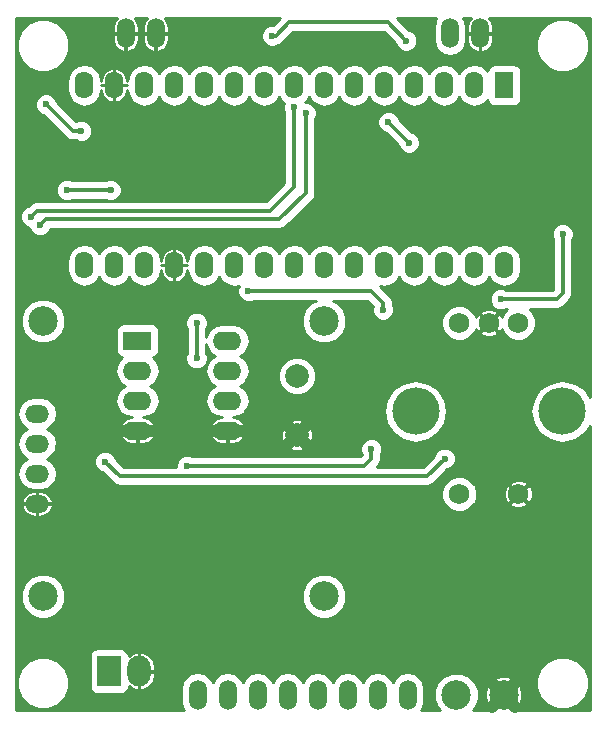
<source format=gbr>
G04 #@! TF.FileFunction,Copper,L2,Bot,Signal*
%FSLAX46Y46*%
G04 Gerber Fmt 4.6, Leading zero omitted, Abs format (unit mm)*
G04 Created by KiCad (PCBNEW 4.0.4-stable) date 09/01/17 08:26:27*
%MOMM*%
%LPD*%
G01*
G04 APERTURE LIST*
%ADD10C,0.100000*%
%ADD11R,1.574800X2.286000*%
%ADD12O,1.574800X2.286000*%
%ADD13O,2.000000X1.524000*%
%ADD14C,2.500000*%
%ADD15C,2.000000*%
%ADD16R,2.400000X1.600000*%
%ADD17O,2.400000X1.600000*%
%ADD18O,1.520000X2.520000*%
%ADD19C,2.499360*%
%ADD20C,1.750000*%
%ADD21O,4.000000X4.000000*%
%ADD22R,2.000000X2.600000*%
%ADD23O,2.000000X2.600000*%
%ADD24C,0.600000*%
%ADD25C,0.350000*%
%ADD26C,0.250000*%
%ADD27C,1.000000*%
%ADD28C,0.254000*%
G04 APERTURE END LIST*
D10*
D11*
X112050000Y-76380000D03*
D12*
X109510000Y-76380000D03*
X106970000Y-76380000D03*
X104430000Y-76380000D03*
X101890000Y-76380000D03*
X99350000Y-76380000D03*
X96810000Y-76380000D03*
X94270000Y-76380000D03*
X91730000Y-76380000D03*
X89190000Y-76380000D03*
X86650000Y-76380000D03*
X84110000Y-76380000D03*
X81570000Y-76380000D03*
X79030000Y-76380000D03*
X76490000Y-76380000D03*
X76490000Y-91620000D03*
X79030000Y-91620000D03*
X81570000Y-91620000D03*
X84110000Y-91620000D03*
X86650000Y-91620000D03*
X89190000Y-91620000D03*
X91730000Y-91620000D03*
X94270000Y-91620000D03*
X96810000Y-91620000D03*
X99350000Y-91620000D03*
X101890000Y-91620000D03*
X104430000Y-91620000D03*
X106970000Y-91620000D03*
X109510000Y-91620000D03*
X112050000Y-91620000D03*
D13*
X72500000Y-111810000D03*
X72500000Y-109270000D03*
X72500000Y-106730000D03*
X72500000Y-104190000D03*
D14*
X96800000Y-119650000D03*
X73000000Y-119650000D03*
X73000000Y-96350000D03*
X96800000Y-96350000D03*
D15*
X94500000Y-101000000D03*
X94500000Y-106000000D03*
D16*
X81000000Y-98000000D03*
D17*
X88620000Y-105620000D03*
X81000000Y-100540000D03*
X88620000Y-103080000D03*
X81000000Y-103080000D03*
X88620000Y-100540000D03*
X81000000Y-105620000D03*
X88620000Y-98000000D03*
D18*
X80000000Y-72000000D03*
X82540000Y-72000000D03*
X110000000Y-72000000D03*
X107460000Y-72000000D03*
D19*
X112000000Y-128000000D03*
X108000000Y-128000000D03*
D18*
X86100000Y-128000000D03*
X88640000Y-128000000D03*
X91180000Y-128000000D03*
X93720000Y-128000000D03*
X96260000Y-128000000D03*
X98800000Y-128000000D03*
X101340000Y-128000000D03*
X103880000Y-128000000D03*
D20*
X113250000Y-96500000D03*
X108250000Y-96500000D03*
X110750000Y-96500000D03*
X108250000Y-111000000D03*
X113250000Y-111000000D03*
D21*
X104550000Y-104000000D03*
X116950000Y-104000000D03*
D22*
X78600000Y-126000000D03*
D23*
X81140000Y-126000000D03*
D24*
X75000000Y-85250000D03*
X78750000Y-85250000D03*
X95000000Y-73600000D03*
X96000000Y-73600000D03*
X96000000Y-72600000D03*
X95000000Y-72600000D03*
X77250000Y-104250000D03*
X75750000Y-104250000D03*
X85200000Y-108600000D03*
X100800000Y-107200000D03*
X104000000Y-81250000D03*
X102250000Y-79500000D03*
X78250000Y-108250000D03*
X107000000Y-108000000D03*
X86000000Y-96500000D03*
X86000000Y-99500000D03*
X73250000Y-78000000D03*
X76250000Y-80250000D03*
X103750000Y-72600000D03*
X92400000Y-72200000D03*
X72750000Y-88250000D03*
X95250000Y-78750000D03*
X94250000Y-78250000D03*
X72000000Y-87500000D03*
X101800000Y-95400000D03*
X90400000Y-93800000D03*
X111750000Y-94500000D03*
X117000000Y-89000000D03*
D25*
X75000000Y-85250000D02*
X78750000Y-85250000D01*
D26*
X96000000Y-73600000D02*
X95000000Y-73600000D01*
X96000000Y-72600000D02*
X96050000Y-73550000D01*
X96050000Y-73550000D02*
X96000000Y-73600000D01*
X96000000Y-72600000D02*
X95000000Y-72600000D01*
D27*
X76950000Y-104250000D02*
X77250000Y-104250000D01*
X75750000Y-104250000D02*
X75750000Y-104200000D01*
X94500000Y-106000000D02*
X93500000Y-107000000D01*
X94500000Y-106000000D02*
X95500000Y-107000000D01*
X94500000Y-106000000D02*
X95500000Y-105000000D01*
X94500000Y-106000000D02*
X93500000Y-105000000D01*
X112000000Y-128000000D02*
X111000000Y-129000000D01*
X112000000Y-128000000D02*
X113000000Y-129000000D01*
X112000000Y-128000000D02*
X113500000Y-126500000D01*
X112000000Y-128000000D02*
X110500000Y-126500000D01*
X81000000Y-105620000D02*
X79120000Y-105620000D01*
X79120000Y-105620000D02*
X79000000Y-105500000D01*
X81000000Y-105620000D02*
X82880000Y-105620000D01*
X82880000Y-105620000D02*
X83000000Y-105500000D01*
X88620000Y-105620000D02*
X90380000Y-105620000D01*
X90380000Y-105620000D02*
X90500000Y-105500000D01*
X88620000Y-105620000D02*
X86620000Y-105620000D01*
X86620000Y-105620000D02*
X86500000Y-105500000D01*
X111500000Y-128000000D02*
X112000000Y-128000000D01*
D25*
X85200000Y-108600000D02*
X100200000Y-108600000D01*
X100200000Y-108600000D02*
X100800000Y-108000000D01*
X100800000Y-108000000D02*
X100800000Y-107200000D01*
X104000000Y-81250000D02*
X102250000Y-79500000D01*
X79500000Y-109500000D02*
X78250000Y-108250000D01*
X105500000Y-109500000D02*
X79500000Y-109500000D01*
X107000000Y-108000000D02*
X105500000Y-109500000D01*
X86000000Y-99500000D02*
X86000000Y-96500000D01*
X73250000Y-78000000D02*
X75500000Y-80250000D01*
X75500000Y-80250000D02*
X76250000Y-80250000D01*
X103750000Y-72600000D02*
X102200000Y-71050000D01*
X102200000Y-71050000D02*
X93850000Y-71050000D01*
X93850000Y-71050000D02*
X92700000Y-72200000D01*
X92700000Y-72200000D02*
X92400000Y-72200000D01*
X72750000Y-88250000D02*
X73250000Y-87750000D01*
X73250000Y-87750000D02*
X93000000Y-87750000D01*
X93000000Y-87750000D02*
X95250000Y-85500000D01*
X95250000Y-85500000D02*
X95250000Y-78750000D01*
X94250000Y-85000000D02*
X94250000Y-78250000D01*
X92250000Y-87000000D02*
X94250000Y-85000000D01*
X72500000Y-87000000D02*
X92250000Y-87000000D01*
X72000000Y-87500000D02*
X72500000Y-87000000D01*
X101800000Y-94800000D02*
X101800000Y-95400000D01*
X100800000Y-93800000D02*
X101800000Y-94800000D01*
X99600000Y-93800000D02*
X100800000Y-93800000D01*
X90400000Y-93800000D02*
X99600000Y-93800000D01*
X116500000Y-94500000D02*
X111750000Y-94500000D01*
X117000000Y-94000000D02*
X116500000Y-94500000D01*
X117000000Y-89000000D02*
X117000000Y-94000000D01*
D28*
G36*
X79247073Y-70711152D02*
X79002507Y-71059332D01*
X78909800Y-71474600D01*
X78909800Y-71974600D01*
X79974600Y-71974600D01*
X79974600Y-71954600D01*
X80025400Y-71954600D01*
X80025400Y-71974600D01*
X81090200Y-71974600D01*
X81090200Y-71474600D01*
X80997493Y-71059332D01*
X80752927Y-70711152D01*
X80751113Y-70710000D01*
X81788887Y-70710000D01*
X81787073Y-70711152D01*
X81542507Y-71059332D01*
X81449800Y-71474600D01*
X81449800Y-71974600D01*
X82514600Y-71974600D01*
X82514600Y-71954600D01*
X82565400Y-71954600D01*
X82565400Y-71974600D01*
X83630200Y-71974600D01*
X83630200Y-71474600D01*
X83537493Y-71059332D01*
X83292927Y-70711152D01*
X83291113Y-70710000D01*
X93044487Y-70710000D01*
X92489411Y-71265077D01*
X92214833Y-71264838D01*
X91871057Y-71406883D01*
X91607808Y-71669673D01*
X91465162Y-72013201D01*
X91464838Y-72385167D01*
X91606883Y-72728943D01*
X91869673Y-72992192D01*
X92213201Y-73134838D01*
X92585167Y-73135162D01*
X92928943Y-72993117D01*
X92964793Y-72957329D01*
X93009974Y-72948342D01*
X93272756Y-72772756D01*
X94185513Y-71860000D01*
X101864488Y-71860000D01*
X102832571Y-72828083D01*
X102956883Y-73128943D01*
X103219673Y-73392192D01*
X103563201Y-73534838D01*
X103935167Y-73535162D01*
X104278943Y-73393117D01*
X104542192Y-73130327D01*
X104684838Y-72786799D01*
X104685162Y-72414833D01*
X104543117Y-72071057D01*
X104280327Y-71807808D01*
X103977629Y-71682116D01*
X103005512Y-70710000D01*
X106317540Y-70710000D01*
X106171188Y-70929032D01*
X106065000Y-71462875D01*
X106065000Y-72537125D01*
X106171188Y-73070968D01*
X106473586Y-73523539D01*
X106926157Y-73825937D01*
X107460000Y-73932125D01*
X107993843Y-73825937D01*
X108446414Y-73523539D01*
X108748812Y-73070968D01*
X108855000Y-72537125D01*
X108855000Y-72025400D01*
X108909800Y-72025400D01*
X108909800Y-72525400D01*
X109002507Y-72940668D01*
X109247073Y-73288848D01*
X109606265Y-73516933D01*
X109804414Y-73572512D01*
X109974600Y-73507330D01*
X109974600Y-72025400D01*
X110025400Y-72025400D01*
X110025400Y-73507330D01*
X110195586Y-73572512D01*
X110393735Y-73516933D01*
X110510765Y-73442619D01*
X114764613Y-73442619D01*
X115104155Y-74264372D01*
X115732321Y-74893636D01*
X116553481Y-75234611D01*
X117442619Y-75235387D01*
X118264372Y-74895845D01*
X118893636Y-74267679D01*
X119234611Y-73446519D01*
X119235387Y-72557381D01*
X118895845Y-71735628D01*
X118267679Y-71106364D01*
X117446519Y-70765389D01*
X116557381Y-70764613D01*
X115735628Y-71104155D01*
X115106364Y-71732321D01*
X114765389Y-72553481D01*
X114764613Y-73442619D01*
X110510765Y-73442619D01*
X110752927Y-73288848D01*
X110997493Y-72940668D01*
X111090200Y-72525400D01*
X111090200Y-72025400D01*
X110025400Y-72025400D01*
X109974600Y-72025400D01*
X108909800Y-72025400D01*
X108855000Y-72025400D01*
X108855000Y-71462875D01*
X108748812Y-70929032D01*
X108602460Y-70710000D01*
X109248887Y-70710000D01*
X109247073Y-70711152D01*
X109002507Y-71059332D01*
X108909800Y-71474600D01*
X108909800Y-71974600D01*
X109974600Y-71974600D01*
X109974600Y-71954600D01*
X110025400Y-71954600D01*
X110025400Y-71974600D01*
X111090200Y-71974600D01*
X111090200Y-71474600D01*
X110997493Y-71059332D01*
X110752927Y-70711152D01*
X110751113Y-70710000D01*
X119290000Y-70710000D01*
X119290000Y-102773056D01*
X118864849Y-102136774D01*
X118009994Y-101565577D01*
X117001623Y-101365000D01*
X116898377Y-101365000D01*
X115890006Y-101565577D01*
X115035151Y-102136774D01*
X114463954Y-102991629D01*
X114263377Y-104000000D01*
X114463954Y-105008371D01*
X115035151Y-105863226D01*
X115890006Y-106434423D01*
X116898377Y-106635000D01*
X117001623Y-106635000D01*
X118009994Y-106434423D01*
X118864849Y-105863226D01*
X119290000Y-105226944D01*
X119290000Y-129290000D01*
X112943530Y-129290000D01*
X113062549Y-129098470D01*
X112000000Y-128035921D01*
X110937451Y-129098470D01*
X111056470Y-129290000D01*
X109375415Y-129290000D01*
X109596822Y-129068979D01*
X109884352Y-128376531D01*
X109884438Y-128277045D01*
X110413171Y-128277045D01*
X110639982Y-128863209D01*
X110682041Y-128926156D01*
X110901530Y-129062549D01*
X111964079Y-128000000D01*
X112035921Y-128000000D01*
X113098470Y-129062549D01*
X113317959Y-128926156D01*
X113572060Y-128351296D01*
X113586829Y-127722955D01*
X113478356Y-127442619D01*
X114764613Y-127442619D01*
X115104155Y-128264372D01*
X115732321Y-128893636D01*
X116553481Y-129234611D01*
X117442619Y-129235387D01*
X118264372Y-128895845D01*
X118893636Y-128267679D01*
X119234611Y-127446519D01*
X119235387Y-126557381D01*
X118895845Y-125735628D01*
X118267679Y-125106364D01*
X117446519Y-124765389D01*
X116557381Y-124764613D01*
X115735628Y-125104155D01*
X115106364Y-125732321D01*
X114765389Y-126553481D01*
X114764613Y-127442619D01*
X113478356Y-127442619D01*
X113360018Y-127136791D01*
X113317959Y-127073844D01*
X113098470Y-126937451D01*
X112035921Y-128000000D01*
X111964079Y-128000000D01*
X110901530Y-126937451D01*
X110682041Y-127073844D01*
X110427940Y-127648704D01*
X110413171Y-128277045D01*
X109884438Y-128277045D01*
X109885006Y-127626759D01*
X109598686Y-126933809D01*
X109566464Y-126901530D01*
X110937451Y-126901530D01*
X112000000Y-127964079D01*
X113062549Y-126901530D01*
X112926156Y-126682041D01*
X112351296Y-126427940D01*
X111722955Y-126413171D01*
X111136791Y-126639982D01*
X111073844Y-126682041D01*
X110937451Y-126901530D01*
X109566464Y-126901530D01*
X109068979Y-126403178D01*
X108376531Y-126115648D01*
X107626759Y-126114994D01*
X106933809Y-126401314D01*
X106403178Y-126931021D01*
X106115648Y-127623469D01*
X106114994Y-128373241D01*
X106401314Y-129066191D01*
X106624733Y-129290000D01*
X105022460Y-129290000D01*
X105168812Y-129070968D01*
X105275000Y-128537125D01*
X105275000Y-127462875D01*
X105168812Y-126929032D01*
X104866414Y-126476461D01*
X104413843Y-126174063D01*
X103880000Y-126067875D01*
X103346157Y-126174063D01*
X102893586Y-126476461D01*
X102610000Y-126900878D01*
X102326414Y-126476461D01*
X101873843Y-126174063D01*
X101340000Y-126067875D01*
X100806157Y-126174063D01*
X100353586Y-126476461D01*
X100070000Y-126900878D01*
X99786414Y-126476461D01*
X99333843Y-126174063D01*
X98800000Y-126067875D01*
X98266157Y-126174063D01*
X97813586Y-126476461D01*
X97530000Y-126900878D01*
X97246414Y-126476461D01*
X96793843Y-126174063D01*
X96260000Y-126067875D01*
X95726157Y-126174063D01*
X95273586Y-126476461D01*
X94990000Y-126900878D01*
X94706414Y-126476461D01*
X94253843Y-126174063D01*
X93720000Y-126067875D01*
X93186157Y-126174063D01*
X92733586Y-126476461D01*
X92450000Y-126900878D01*
X92166414Y-126476461D01*
X91713843Y-126174063D01*
X91180000Y-126067875D01*
X90646157Y-126174063D01*
X90193586Y-126476461D01*
X89910000Y-126900878D01*
X89626414Y-126476461D01*
X89173843Y-126174063D01*
X88640000Y-126067875D01*
X88106157Y-126174063D01*
X87653586Y-126476461D01*
X87370000Y-126900878D01*
X87086414Y-126476461D01*
X86633843Y-126174063D01*
X86100000Y-126067875D01*
X85566157Y-126174063D01*
X85113586Y-126476461D01*
X84811188Y-126929032D01*
X84705000Y-127462875D01*
X84705000Y-128537125D01*
X84811188Y-129070968D01*
X84957540Y-129290000D01*
X70710000Y-129290000D01*
X70710000Y-127442619D01*
X70764613Y-127442619D01*
X71104155Y-128264372D01*
X71732321Y-128893636D01*
X72553481Y-129234611D01*
X73442619Y-129235387D01*
X74264372Y-128895845D01*
X74893636Y-128267679D01*
X75234611Y-127446519D01*
X75235387Y-126557381D01*
X74895845Y-125735628D01*
X74267679Y-125106364D01*
X73446519Y-124765389D01*
X72557381Y-124764613D01*
X71735628Y-125104155D01*
X71106364Y-125732321D01*
X70765389Y-126553481D01*
X70764613Y-127442619D01*
X70710000Y-127442619D01*
X70710000Y-124700000D01*
X76952560Y-124700000D01*
X76952560Y-127300000D01*
X76996838Y-127535317D01*
X77135910Y-127751441D01*
X77348110Y-127896431D01*
X77600000Y-127947440D01*
X79600000Y-127947440D01*
X79835317Y-127903162D01*
X80051441Y-127764090D01*
X80196431Y-127551890D01*
X80247440Y-127300000D01*
X80247440Y-127277828D01*
X80654421Y-127538665D01*
X80906862Y-127609610D01*
X81114600Y-127547391D01*
X81114600Y-126025400D01*
X81165400Y-126025400D01*
X81165400Y-127547391D01*
X81373138Y-127609610D01*
X81625579Y-127538665D01*
X82062633Y-127258554D01*
X82359224Y-126832512D01*
X82470200Y-126325400D01*
X82470200Y-126025400D01*
X81165400Y-126025400D01*
X81114600Y-126025400D01*
X81094600Y-126025400D01*
X81094600Y-125974600D01*
X81114600Y-125974600D01*
X81114600Y-124452609D01*
X81165400Y-124452609D01*
X81165400Y-125974600D01*
X82470200Y-125974600D01*
X82470200Y-125674600D01*
X82359224Y-125167488D01*
X82062633Y-124741446D01*
X81625579Y-124461335D01*
X81373138Y-124390390D01*
X81165400Y-124452609D01*
X81114600Y-124452609D01*
X80906862Y-124390390D01*
X80654421Y-124461335D01*
X80247440Y-124722172D01*
X80247440Y-124700000D01*
X80203162Y-124464683D01*
X80064090Y-124248559D01*
X79851890Y-124103569D01*
X79600000Y-124052560D01*
X77600000Y-124052560D01*
X77364683Y-124096838D01*
X77148559Y-124235910D01*
X77003569Y-124448110D01*
X76952560Y-124700000D01*
X70710000Y-124700000D01*
X70710000Y-120023305D01*
X71114674Y-120023305D01*
X71401043Y-120716372D01*
X71930839Y-121247093D01*
X72623405Y-121534672D01*
X73373305Y-121535326D01*
X74066372Y-121248957D01*
X74597093Y-120719161D01*
X74884672Y-120026595D01*
X74884674Y-120023305D01*
X94914674Y-120023305D01*
X95201043Y-120716372D01*
X95730839Y-121247093D01*
X96423405Y-121534672D01*
X97173305Y-121535326D01*
X97866372Y-121248957D01*
X98397093Y-120719161D01*
X98684672Y-120026595D01*
X98685326Y-119276695D01*
X98398957Y-118583628D01*
X97869161Y-118052907D01*
X97176595Y-117765328D01*
X96426695Y-117764674D01*
X95733628Y-118051043D01*
X95202907Y-118580839D01*
X94915328Y-119273405D01*
X94914674Y-120023305D01*
X74884674Y-120023305D01*
X74885326Y-119276695D01*
X74598957Y-118583628D01*
X74069161Y-118052907D01*
X73376595Y-117765328D01*
X72626695Y-117764674D01*
X71933628Y-118051043D01*
X71402907Y-118580839D01*
X71115328Y-119273405D01*
X71114674Y-120023305D01*
X70710000Y-120023305D01*
X70710000Y-112005899D01*
X71187512Y-112005899D01*
X71243219Y-112204501D01*
X71471738Y-112564342D01*
X71820567Y-112809341D01*
X72236600Y-112902200D01*
X72474600Y-112902200D01*
X72474600Y-111835400D01*
X72525400Y-111835400D01*
X72525400Y-112902200D01*
X72763400Y-112902200D01*
X73179433Y-112809341D01*
X73528262Y-112564342D01*
X73756781Y-112204501D01*
X73812488Y-112005899D01*
X73747330Y-111835400D01*
X72525400Y-111835400D01*
X72474600Y-111835400D01*
X71252670Y-111835400D01*
X71187512Y-112005899D01*
X70710000Y-112005899D01*
X70710000Y-111614101D01*
X71187512Y-111614101D01*
X71252670Y-111784600D01*
X72474600Y-111784600D01*
X72474600Y-110717800D01*
X72525400Y-110717800D01*
X72525400Y-111784600D01*
X73747330Y-111784600D01*
X73812488Y-111614101D01*
X73756781Y-111415499D01*
X73682824Y-111299040D01*
X106739738Y-111299040D01*
X106969138Y-111854229D01*
X107393537Y-112279370D01*
X107948325Y-112509738D01*
X108549040Y-112510262D01*
X109104229Y-112280862D01*
X109529370Y-111856463D01*
X109541068Y-111828291D01*
X112457630Y-111828291D01*
X112548427Y-112008846D01*
X112987900Y-112200533D01*
X113467275Y-112209449D01*
X113913572Y-112034238D01*
X113951573Y-112008846D01*
X114042370Y-111828291D01*
X113250000Y-111035921D01*
X112457630Y-111828291D01*
X109541068Y-111828291D01*
X109759738Y-111301675D01*
X109759811Y-111217275D01*
X112040551Y-111217275D01*
X112215762Y-111663572D01*
X112241154Y-111701573D01*
X112421709Y-111792370D01*
X113214079Y-111000000D01*
X113285921Y-111000000D01*
X114078291Y-111792370D01*
X114258846Y-111701573D01*
X114450533Y-111262100D01*
X114459449Y-110782725D01*
X114284238Y-110336428D01*
X114258846Y-110298427D01*
X114078291Y-110207630D01*
X113285921Y-111000000D01*
X113214079Y-111000000D01*
X112421709Y-110207630D01*
X112241154Y-110298427D01*
X112049467Y-110737900D01*
X112040551Y-111217275D01*
X109759811Y-111217275D01*
X109760262Y-110700960D01*
X109541580Y-110171709D01*
X112457630Y-110171709D01*
X113250000Y-110964079D01*
X114042370Y-110171709D01*
X113951573Y-109991154D01*
X113512100Y-109799467D01*
X113032725Y-109790551D01*
X112586428Y-109965762D01*
X112548427Y-109991154D01*
X112457630Y-110171709D01*
X109541580Y-110171709D01*
X109530862Y-110145771D01*
X109106463Y-109720630D01*
X108551675Y-109490262D01*
X107950960Y-109489738D01*
X107395771Y-109719138D01*
X106970630Y-110143537D01*
X106740262Y-110698325D01*
X106739738Y-111299040D01*
X73682824Y-111299040D01*
X73528262Y-111055658D01*
X73179433Y-110810659D01*
X72763400Y-110717800D01*
X72525400Y-110717800D01*
X72474600Y-110717800D01*
X72236600Y-110717800D01*
X71820567Y-110810659D01*
X71471738Y-111055658D01*
X71243219Y-111415499D01*
X71187512Y-111614101D01*
X70710000Y-111614101D01*
X70710000Y-104190000D01*
X70832968Y-104190000D01*
X70939308Y-104724609D01*
X71242140Y-105177828D01*
X71664439Y-105460000D01*
X71242140Y-105742172D01*
X70939308Y-106195391D01*
X70832968Y-106730000D01*
X70939308Y-107264609D01*
X71242140Y-107717828D01*
X71664439Y-108000000D01*
X71242140Y-108282172D01*
X70939308Y-108735391D01*
X70832968Y-109270000D01*
X70939308Y-109804609D01*
X71242140Y-110257828D01*
X71695359Y-110560660D01*
X72229968Y-110667000D01*
X72770032Y-110667000D01*
X73304641Y-110560660D01*
X73757860Y-110257828D01*
X74060692Y-109804609D01*
X74167032Y-109270000D01*
X74060692Y-108735391D01*
X73860089Y-108435167D01*
X77314838Y-108435167D01*
X77456883Y-108778943D01*
X77719673Y-109042192D01*
X78022372Y-109167884D01*
X78927244Y-110072757D01*
X79036518Y-110145771D01*
X79190026Y-110248342D01*
X79500000Y-110310000D01*
X105500000Y-110310000D01*
X105809974Y-110248342D01*
X106072756Y-110072756D01*
X107228083Y-108917429D01*
X107528943Y-108793117D01*
X107792192Y-108530327D01*
X107934838Y-108186799D01*
X107935162Y-107814833D01*
X107793117Y-107471057D01*
X107530327Y-107207808D01*
X107186799Y-107065162D01*
X106814833Y-107064838D01*
X106471057Y-107206883D01*
X106207808Y-107469673D01*
X106082116Y-107772371D01*
X105164488Y-108690000D01*
X101255513Y-108690000D01*
X101372756Y-108572757D01*
X101479368Y-108413201D01*
X101548342Y-108309974D01*
X101610000Y-108000000D01*
X101610000Y-107687441D01*
X101734838Y-107386799D01*
X101735162Y-107014833D01*
X101593117Y-106671057D01*
X101330327Y-106407808D01*
X100986799Y-106265162D01*
X100614833Y-106264838D01*
X100271057Y-106406883D01*
X100007808Y-106669673D01*
X99865162Y-107013201D01*
X99864838Y-107385167D01*
X99983101Y-107671386D01*
X99864488Y-107790000D01*
X85687441Y-107790000D01*
X85386799Y-107665162D01*
X85014833Y-107664838D01*
X84671057Y-107806883D01*
X84407808Y-108069673D01*
X84265162Y-108413201D01*
X84264921Y-108690000D01*
X79835513Y-108690000D01*
X79167430Y-108021917D01*
X79043117Y-107721057D01*
X78780327Y-107457808D01*
X78436799Y-107315162D01*
X78064833Y-107314838D01*
X77721057Y-107456883D01*
X77457808Y-107719673D01*
X77315162Y-108063201D01*
X77314838Y-108435167D01*
X73860089Y-108435167D01*
X73757860Y-108282172D01*
X73335561Y-108000000D01*
X73757860Y-107717828D01*
X74060692Y-107264609D01*
X74129550Y-106918431D01*
X93617490Y-106918431D01*
X93723499Y-107111975D01*
X94208141Y-107324485D01*
X94737216Y-107335354D01*
X95230177Y-107142928D01*
X95276501Y-107111975D01*
X95382510Y-106918431D01*
X94500000Y-106035921D01*
X93617490Y-106918431D01*
X74129550Y-106918431D01*
X74167032Y-106730000D01*
X74060692Y-106195391D01*
X73811096Y-105821845D01*
X79487970Y-105821845D01*
X79546112Y-106029042D01*
X79782868Y-106401211D01*
X80144025Y-106654448D01*
X80574600Y-106750200D01*
X80974600Y-106750200D01*
X80974600Y-105645400D01*
X81025400Y-105645400D01*
X81025400Y-106750200D01*
X81425400Y-106750200D01*
X81855975Y-106654448D01*
X82217132Y-106401211D01*
X82453888Y-106029042D01*
X82512030Y-105821845D01*
X87107970Y-105821845D01*
X87166112Y-106029042D01*
X87402868Y-106401211D01*
X87764025Y-106654448D01*
X88194600Y-106750200D01*
X88594600Y-106750200D01*
X88594600Y-105645400D01*
X88645400Y-105645400D01*
X88645400Y-106750200D01*
X89045400Y-106750200D01*
X89475975Y-106654448D01*
X89837132Y-106401211D01*
X89941457Y-106237216D01*
X93164646Y-106237216D01*
X93357072Y-106730177D01*
X93388025Y-106776501D01*
X93581569Y-106882510D01*
X94464079Y-106000000D01*
X94535921Y-106000000D01*
X95418431Y-106882510D01*
X95611975Y-106776501D01*
X95824485Y-106291859D01*
X95835354Y-105762784D01*
X95642928Y-105269823D01*
X95611975Y-105223499D01*
X95418431Y-105117490D01*
X94535921Y-106000000D01*
X94464079Y-106000000D01*
X93581569Y-105117490D01*
X93388025Y-105223499D01*
X93175515Y-105708141D01*
X93164646Y-106237216D01*
X89941457Y-106237216D01*
X90073888Y-106029042D01*
X90132030Y-105821845D01*
X90067342Y-105645400D01*
X88645400Y-105645400D01*
X88594600Y-105645400D01*
X87172658Y-105645400D01*
X87107970Y-105821845D01*
X82512030Y-105821845D01*
X82447342Y-105645400D01*
X81025400Y-105645400D01*
X80974600Y-105645400D01*
X79552658Y-105645400D01*
X79487970Y-105821845D01*
X73811096Y-105821845D01*
X73757860Y-105742172D01*
X73335561Y-105460000D01*
X73757860Y-105177828D01*
X74060692Y-104724609D01*
X74167032Y-104190000D01*
X74060692Y-103655391D01*
X73757860Y-103202172D01*
X73304641Y-102899340D01*
X72770032Y-102793000D01*
X72229968Y-102793000D01*
X71695359Y-102899340D01*
X71242140Y-103202172D01*
X70939308Y-103655391D01*
X70832968Y-104190000D01*
X70710000Y-104190000D01*
X70710000Y-100540000D01*
X79129050Y-100540000D01*
X79238283Y-101089151D01*
X79549352Y-101554698D01*
X79931438Y-101810000D01*
X79549352Y-102065302D01*
X79238283Y-102530849D01*
X79129050Y-103080000D01*
X79238283Y-103629151D01*
X79549352Y-104094698D01*
X80014899Y-104405767D01*
X80509803Y-104504210D01*
X80144025Y-104585552D01*
X79782868Y-104838789D01*
X79546112Y-105210958D01*
X79487970Y-105418155D01*
X79552658Y-105594600D01*
X80974600Y-105594600D01*
X80974600Y-105574600D01*
X81025400Y-105574600D01*
X81025400Y-105594600D01*
X82447342Y-105594600D01*
X82512030Y-105418155D01*
X82453888Y-105210958D01*
X82217132Y-104838789D01*
X81855975Y-104585552D01*
X81490197Y-104504210D01*
X81985101Y-104405767D01*
X82450648Y-104094698D01*
X82761717Y-103629151D01*
X82870950Y-103080000D01*
X82761717Y-102530849D01*
X82450648Y-102065302D01*
X82068562Y-101810000D01*
X82450648Y-101554698D01*
X82761717Y-101089151D01*
X82870950Y-100540000D01*
X82761717Y-99990849D01*
X82450648Y-99525302D01*
X82304650Y-99427749D01*
X82435317Y-99403162D01*
X82651441Y-99264090D01*
X82796431Y-99051890D01*
X82847440Y-98800000D01*
X82847440Y-97200000D01*
X82803162Y-96964683D01*
X82664090Y-96748559D01*
X82571313Y-96685167D01*
X85064838Y-96685167D01*
X85190000Y-96988083D01*
X85190000Y-99012559D01*
X85065162Y-99313201D01*
X85064838Y-99685167D01*
X85206883Y-100028943D01*
X85469673Y-100292192D01*
X85813201Y-100434838D01*
X86185167Y-100435162D01*
X86528943Y-100293117D01*
X86792192Y-100030327D01*
X86934838Y-99686799D01*
X86935162Y-99314833D01*
X86810000Y-99011917D01*
X86810000Y-98306416D01*
X86858283Y-98549151D01*
X87169352Y-99014698D01*
X87551438Y-99270000D01*
X87169352Y-99525302D01*
X86858283Y-99990849D01*
X86749050Y-100540000D01*
X86858283Y-101089151D01*
X87169352Y-101554698D01*
X87551438Y-101810000D01*
X87169352Y-102065302D01*
X86858283Y-102530849D01*
X86749050Y-103080000D01*
X86858283Y-103629151D01*
X87169352Y-104094698D01*
X87634899Y-104405767D01*
X88129803Y-104504210D01*
X87764025Y-104585552D01*
X87402868Y-104838789D01*
X87166112Y-105210958D01*
X87107970Y-105418155D01*
X87172658Y-105594600D01*
X88594600Y-105594600D01*
X88594600Y-105574600D01*
X88645400Y-105574600D01*
X88645400Y-105594600D01*
X90067342Y-105594600D01*
X90132030Y-105418155D01*
X90073888Y-105210958D01*
X89991577Y-105081569D01*
X93617490Y-105081569D01*
X94500000Y-105964079D01*
X95382510Y-105081569D01*
X95276501Y-104888025D01*
X94791859Y-104675515D01*
X94262784Y-104664646D01*
X93769823Y-104857072D01*
X93723499Y-104888025D01*
X93617490Y-105081569D01*
X89991577Y-105081569D01*
X89837132Y-104838789D01*
X89475975Y-104585552D01*
X89110197Y-104504210D01*
X89605101Y-104405767D01*
X90070648Y-104094698D01*
X90133923Y-104000000D01*
X101863377Y-104000000D01*
X102063954Y-105008371D01*
X102635151Y-105863226D01*
X103490006Y-106434423D01*
X104498377Y-106635000D01*
X104601623Y-106635000D01*
X105609994Y-106434423D01*
X106464849Y-105863226D01*
X107036046Y-105008371D01*
X107236623Y-104000000D01*
X107036046Y-102991629D01*
X106464849Y-102136774D01*
X105609994Y-101565577D01*
X104601623Y-101365000D01*
X104498377Y-101365000D01*
X103490006Y-101565577D01*
X102635151Y-102136774D01*
X102063954Y-102991629D01*
X101863377Y-104000000D01*
X90133923Y-104000000D01*
X90381717Y-103629151D01*
X90490950Y-103080000D01*
X90381717Y-102530849D01*
X90070648Y-102065302D01*
X89688562Y-101810000D01*
X90070648Y-101554698D01*
X90224932Y-101323795D01*
X92864716Y-101323795D01*
X93113106Y-101924943D01*
X93572637Y-102385278D01*
X94173352Y-102634716D01*
X94823795Y-102635284D01*
X95424943Y-102386894D01*
X95885278Y-101927363D01*
X96134716Y-101326648D01*
X96135284Y-100676205D01*
X95886894Y-100075057D01*
X95427363Y-99614722D01*
X94826648Y-99365284D01*
X94176205Y-99364716D01*
X93575057Y-99613106D01*
X93114722Y-100072637D01*
X92865284Y-100673352D01*
X92864716Y-101323795D01*
X90224932Y-101323795D01*
X90381717Y-101089151D01*
X90490950Y-100540000D01*
X90381717Y-99990849D01*
X90070648Y-99525302D01*
X89688562Y-99270000D01*
X90070648Y-99014698D01*
X90381717Y-98549151D01*
X90490950Y-98000000D01*
X90381717Y-97450849D01*
X90070648Y-96985302D01*
X89605101Y-96674233D01*
X89055950Y-96565000D01*
X88184050Y-96565000D01*
X87634899Y-96674233D01*
X87169352Y-96985302D01*
X86858283Y-97450849D01*
X86810000Y-97693584D01*
X86810000Y-96987441D01*
X86934838Y-96686799D01*
X86935162Y-96314833D01*
X86793117Y-95971057D01*
X86530327Y-95707808D01*
X86186799Y-95565162D01*
X85814833Y-95564838D01*
X85471057Y-95706883D01*
X85207808Y-95969673D01*
X85065162Y-96313201D01*
X85064838Y-96685167D01*
X82571313Y-96685167D01*
X82451890Y-96603569D01*
X82200000Y-96552560D01*
X79800000Y-96552560D01*
X79564683Y-96596838D01*
X79348559Y-96735910D01*
X79203569Y-96948110D01*
X79152560Y-97200000D01*
X79152560Y-98800000D01*
X79196838Y-99035317D01*
X79335910Y-99251441D01*
X79548110Y-99396431D01*
X79697074Y-99426597D01*
X79549352Y-99525302D01*
X79238283Y-99990849D01*
X79129050Y-100540000D01*
X70710000Y-100540000D01*
X70710000Y-96723305D01*
X71114674Y-96723305D01*
X71401043Y-97416372D01*
X71930839Y-97947093D01*
X72623405Y-98234672D01*
X73373305Y-98235326D01*
X74066372Y-97948957D01*
X74597093Y-97419161D01*
X74884672Y-96726595D01*
X74885326Y-95976695D01*
X74598957Y-95283628D01*
X74069161Y-94752907D01*
X73376595Y-94465328D01*
X72626695Y-94464674D01*
X71933628Y-94751043D01*
X71402907Y-95280839D01*
X71115328Y-95973405D01*
X71114674Y-96723305D01*
X70710000Y-96723305D01*
X70710000Y-91229567D01*
X75067600Y-91229567D01*
X75067600Y-92010433D01*
X75175874Y-92554762D01*
X75484211Y-93016222D01*
X75945671Y-93324559D01*
X76490000Y-93432833D01*
X77034329Y-93324559D01*
X77495789Y-93016222D01*
X77760000Y-92620801D01*
X78024211Y-93016222D01*
X78485671Y-93324559D01*
X79030000Y-93432833D01*
X79574329Y-93324559D01*
X80035789Y-93016222D01*
X80300000Y-92620801D01*
X80564211Y-93016222D01*
X81025671Y-93324559D01*
X81570000Y-93432833D01*
X82114329Y-93324559D01*
X82575789Y-93016222D01*
X82884126Y-92554762D01*
X82992400Y-92010433D01*
X82992400Y-92001000D01*
X83087192Y-92426754D01*
X83337698Y-92783824D01*
X83705780Y-93017849D01*
X83910127Y-93075182D01*
X84084600Y-93010338D01*
X84084600Y-91645400D01*
X82992400Y-91645400D01*
X82992400Y-91594600D01*
X84084600Y-91594600D01*
X84084600Y-90229662D01*
X84135400Y-90229662D01*
X84135400Y-91594600D01*
X85227600Y-91594600D01*
X85227600Y-91645400D01*
X84135400Y-91645400D01*
X84135400Y-93010338D01*
X84309873Y-93075182D01*
X84514220Y-93017849D01*
X84882302Y-92783824D01*
X85132808Y-92426754D01*
X85227600Y-92001000D01*
X85227600Y-92010433D01*
X85335874Y-92554762D01*
X85644211Y-93016222D01*
X86105671Y-93324559D01*
X86650000Y-93432833D01*
X87194329Y-93324559D01*
X87655789Y-93016222D01*
X87920000Y-92620801D01*
X88184211Y-93016222D01*
X88645671Y-93324559D01*
X89190000Y-93432833D01*
X89571574Y-93356933D01*
X89465162Y-93613201D01*
X89464838Y-93985167D01*
X89606883Y-94328943D01*
X89869673Y-94592192D01*
X90213201Y-94734838D01*
X90585167Y-94735162D01*
X90888083Y-94610000D01*
X96074979Y-94610000D01*
X95733628Y-94751043D01*
X95202907Y-95280839D01*
X94915328Y-95973405D01*
X94914674Y-96723305D01*
X95201043Y-97416372D01*
X95730839Y-97947093D01*
X96423405Y-98234672D01*
X97173305Y-98235326D01*
X97866372Y-97948957D01*
X98397093Y-97419161D01*
X98654590Y-96799040D01*
X106739738Y-96799040D01*
X106969138Y-97354229D01*
X107393537Y-97779370D01*
X107948325Y-98009738D01*
X108549040Y-98010262D01*
X109104229Y-97780862D01*
X109529370Y-97356463D01*
X109541068Y-97328291D01*
X109957630Y-97328291D01*
X110048427Y-97508846D01*
X110487900Y-97700533D01*
X110967275Y-97709449D01*
X111413572Y-97534238D01*
X111451573Y-97508846D01*
X111542370Y-97328291D01*
X110750000Y-96535921D01*
X109957630Y-97328291D01*
X109541068Y-97328291D01*
X109664104Y-97031988D01*
X109715762Y-97163572D01*
X109741154Y-97201573D01*
X109921709Y-97292370D01*
X110714079Y-96500000D01*
X110785921Y-96500000D01*
X111578291Y-97292370D01*
X111758846Y-97201573D01*
X111834446Y-97028249D01*
X111969138Y-97354229D01*
X112393537Y-97779370D01*
X112948325Y-98009738D01*
X113549040Y-98010262D01*
X114104229Y-97780862D01*
X114529370Y-97356463D01*
X114759738Y-96801675D01*
X114760262Y-96200960D01*
X114530862Y-95645771D01*
X114195677Y-95310000D01*
X116500000Y-95310000D01*
X116809974Y-95248342D01*
X117072756Y-95072756D01*
X117572757Y-94572756D01*
X117748343Y-94309973D01*
X117775766Y-94172103D01*
X117810000Y-94000000D01*
X117810000Y-89487441D01*
X117934838Y-89186799D01*
X117935162Y-88814833D01*
X117793117Y-88471057D01*
X117530327Y-88207808D01*
X117186799Y-88065162D01*
X116814833Y-88064838D01*
X116471057Y-88206883D01*
X116207808Y-88469673D01*
X116065162Y-88813201D01*
X116064838Y-89185167D01*
X116190000Y-89488083D01*
X116190000Y-93664487D01*
X116164488Y-93690000D01*
X112237441Y-93690000D01*
X111936799Y-93565162D01*
X111564833Y-93564838D01*
X111221057Y-93706883D01*
X110957808Y-93969673D01*
X110815162Y-94313201D01*
X110814838Y-94685167D01*
X110956883Y-95028943D01*
X111219673Y-95292192D01*
X111563201Y-95434838D01*
X111935167Y-95435162D01*
X112238083Y-95310000D01*
X112304750Y-95310000D01*
X111970630Y-95643537D01*
X111835896Y-95968012D01*
X111784238Y-95836428D01*
X111758846Y-95798427D01*
X111578291Y-95707630D01*
X110785921Y-96500000D01*
X110714079Y-96500000D01*
X109921709Y-95707630D01*
X109741154Y-95798427D01*
X109665554Y-95971751D01*
X109541580Y-95671709D01*
X109957630Y-95671709D01*
X110750000Y-96464079D01*
X111542370Y-95671709D01*
X111451573Y-95491154D01*
X111012100Y-95299467D01*
X110532725Y-95290551D01*
X110086428Y-95465762D01*
X110048427Y-95491154D01*
X109957630Y-95671709D01*
X109541580Y-95671709D01*
X109530862Y-95645771D01*
X109106463Y-95220630D01*
X108551675Y-94990262D01*
X107950960Y-94989738D01*
X107395771Y-95219138D01*
X106970630Y-95643537D01*
X106740262Y-96198325D01*
X106739738Y-96799040D01*
X98654590Y-96799040D01*
X98684672Y-96726595D01*
X98685326Y-95976695D01*
X98398957Y-95283628D01*
X97869161Y-94752907D01*
X97525003Y-94610000D01*
X100464488Y-94610000D01*
X100924584Y-95070097D01*
X100865162Y-95213201D01*
X100864838Y-95585167D01*
X101006883Y-95928943D01*
X101269673Y-96192192D01*
X101613201Y-96334838D01*
X101985167Y-96335162D01*
X102328943Y-96193117D01*
X102592192Y-95930327D01*
X102734838Y-95586799D01*
X102735162Y-95214833D01*
X102610000Y-94911917D01*
X102610000Y-94800000D01*
X102597103Y-94735162D01*
X102548343Y-94490027D01*
X102372757Y-94227244D01*
X101500960Y-93355448D01*
X101890000Y-93432833D01*
X102434329Y-93324559D01*
X102895789Y-93016222D01*
X103160000Y-92620801D01*
X103424211Y-93016222D01*
X103885671Y-93324559D01*
X104430000Y-93432833D01*
X104974329Y-93324559D01*
X105435789Y-93016222D01*
X105700000Y-92620801D01*
X105964211Y-93016222D01*
X106425671Y-93324559D01*
X106970000Y-93432833D01*
X107514329Y-93324559D01*
X107975789Y-93016222D01*
X108240000Y-92620801D01*
X108504211Y-93016222D01*
X108965671Y-93324559D01*
X109510000Y-93432833D01*
X110054329Y-93324559D01*
X110515789Y-93016222D01*
X110780000Y-92620801D01*
X111044211Y-93016222D01*
X111505671Y-93324559D01*
X112050000Y-93432833D01*
X112594329Y-93324559D01*
X113055789Y-93016222D01*
X113364126Y-92554762D01*
X113472400Y-92010433D01*
X113472400Y-91229567D01*
X113364126Y-90685238D01*
X113055789Y-90223778D01*
X112594329Y-89915441D01*
X112050000Y-89807167D01*
X111505671Y-89915441D01*
X111044211Y-90223778D01*
X110780000Y-90619199D01*
X110515789Y-90223778D01*
X110054329Y-89915441D01*
X109510000Y-89807167D01*
X108965671Y-89915441D01*
X108504211Y-90223778D01*
X108240000Y-90619199D01*
X107975789Y-90223778D01*
X107514329Y-89915441D01*
X106970000Y-89807167D01*
X106425671Y-89915441D01*
X105964211Y-90223778D01*
X105700000Y-90619199D01*
X105435789Y-90223778D01*
X104974329Y-89915441D01*
X104430000Y-89807167D01*
X103885671Y-89915441D01*
X103424211Y-90223778D01*
X103160000Y-90619199D01*
X102895789Y-90223778D01*
X102434329Y-89915441D01*
X101890000Y-89807167D01*
X101345671Y-89915441D01*
X100884211Y-90223778D01*
X100620000Y-90619199D01*
X100355789Y-90223778D01*
X99894329Y-89915441D01*
X99350000Y-89807167D01*
X98805671Y-89915441D01*
X98344211Y-90223778D01*
X98080000Y-90619199D01*
X97815789Y-90223778D01*
X97354329Y-89915441D01*
X96810000Y-89807167D01*
X96265671Y-89915441D01*
X95804211Y-90223778D01*
X95540000Y-90619199D01*
X95275789Y-90223778D01*
X94814329Y-89915441D01*
X94270000Y-89807167D01*
X93725671Y-89915441D01*
X93264211Y-90223778D01*
X93000000Y-90619199D01*
X92735789Y-90223778D01*
X92274329Y-89915441D01*
X91730000Y-89807167D01*
X91185671Y-89915441D01*
X90724211Y-90223778D01*
X90460000Y-90619199D01*
X90195789Y-90223778D01*
X89734329Y-89915441D01*
X89190000Y-89807167D01*
X88645671Y-89915441D01*
X88184211Y-90223778D01*
X87920000Y-90619199D01*
X87655789Y-90223778D01*
X87194329Y-89915441D01*
X86650000Y-89807167D01*
X86105671Y-89915441D01*
X85644211Y-90223778D01*
X85335874Y-90685238D01*
X85227600Y-91229567D01*
X85227600Y-91239000D01*
X85132808Y-90813246D01*
X84882302Y-90456176D01*
X84514220Y-90222151D01*
X84309873Y-90164818D01*
X84135400Y-90229662D01*
X84084600Y-90229662D01*
X83910127Y-90164818D01*
X83705780Y-90222151D01*
X83337698Y-90456176D01*
X83087192Y-90813246D01*
X82992400Y-91239000D01*
X82992400Y-91229567D01*
X82884126Y-90685238D01*
X82575789Y-90223778D01*
X82114329Y-89915441D01*
X81570000Y-89807167D01*
X81025671Y-89915441D01*
X80564211Y-90223778D01*
X80300000Y-90619199D01*
X80035789Y-90223778D01*
X79574329Y-89915441D01*
X79030000Y-89807167D01*
X78485671Y-89915441D01*
X78024211Y-90223778D01*
X77760000Y-90619199D01*
X77495789Y-90223778D01*
X77034329Y-89915441D01*
X76490000Y-89807167D01*
X75945671Y-89915441D01*
X75484211Y-90223778D01*
X75175874Y-90685238D01*
X75067600Y-91229567D01*
X70710000Y-91229567D01*
X70710000Y-87685167D01*
X71064838Y-87685167D01*
X71206883Y-88028943D01*
X71469673Y-88292192D01*
X71813201Y-88434838D01*
X71814838Y-88434839D01*
X71814838Y-88435167D01*
X71956883Y-88778943D01*
X72219673Y-89042192D01*
X72563201Y-89184838D01*
X72935167Y-89185162D01*
X73278943Y-89043117D01*
X73542192Y-88780327D01*
X73633680Y-88560000D01*
X93000000Y-88560000D01*
X93309974Y-88498342D01*
X93572756Y-88322756D01*
X95822757Y-86072756D01*
X95998343Y-85809973D01*
X96060000Y-85500000D01*
X96060000Y-79685167D01*
X101314838Y-79685167D01*
X101456883Y-80028943D01*
X101719673Y-80292192D01*
X102022372Y-80417884D01*
X103082571Y-81478083D01*
X103206883Y-81778943D01*
X103469673Y-82042192D01*
X103813201Y-82184838D01*
X104185167Y-82185162D01*
X104528943Y-82043117D01*
X104792192Y-81780327D01*
X104934838Y-81436799D01*
X104935162Y-81064833D01*
X104793117Y-80721057D01*
X104530327Y-80457808D01*
X104227629Y-80332116D01*
X103167430Y-79271918D01*
X103043117Y-78971057D01*
X102780327Y-78707808D01*
X102436799Y-78565162D01*
X102064833Y-78564838D01*
X101721057Y-78706883D01*
X101457808Y-78969673D01*
X101315162Y-79313201D01*
X101314838Y-79685167D01*
X96060000Y-79685167D01*
X96060000Y-79237441D01*
X96184838Y-78936799D01*
X96185162Y-78564833D01*
X96043117Y-78221057D01*
X95780327Y-77957808D01*
X95436799Y-77815162D01*
X95217797Y-77814971D01*
X95275789Y-77776222D01*
X95540000Y-77380801D01*
X95804211Y-77776222D01*
X96265671Y-78084559D01*
X96810000Y-78192833D01*
X97354329Y-78084559D01*
X97815789Y-77776222D01*
X98080000Y-77380801D01*
X98344211Y-77776222D01*
X98805671Y-78084559D01*
X99350000Y-78192833D01*
X99894329Y-78084559D01*
X100355789Y-77776222D01*
X100620000Y-77380801D01*
X100884211Y-77776222D01*
X101345671Y-78084559D01*
X101890000Y-78192833D01*
X102434329Y-78084559D01*
X102895789Y-77776222D01*
X103160000Y-77380801D01*
X103424211Y-77776222D01*
X103885671Y-78084559D01*
X104430000Y-78192833D01*
X104974329Y-78084559D01*
X105435789Y-77776222D01*
X105700000Y-77380801D01*
X105964211Y-77776222D01*
X106425671Y-78084559D01*
X106970000Y-78192833D01*
X107514329Y-78084559D01*
X107975789Y-77776222D01*
X108240000Y-77380801D01*
X108504211Y-77776222D01*
X108965671Y-78084559D01*
X109510000Y-78192833D01*
X110054329Y-78084559D01*
X110515789Y-77776222D01*
X110630503Y-77604540D01*
X110659438Y-77758317D01*
X110798510Y-77974441D01*
X111010710Y-78119431D01*
X111262600Y-78170440D01*
X112837400Y-78170440D01*
X113072717Y-78126162D01*
X113288841Y-77987090D01*
X113433831Y-77774890D01*
X113484840Y-77523000D01*
X113484840Y-75237000D01*
X113440562Y-75001683D01*
X113301490Y-74785559D01*
X113089290Y-74640569D01*
X112837400Y-74589560D01*
X111262600Y-74589560D01*
X111027283Y-74633838D01*
X110811159Y-74772910D01*
X110666169Y-74985110D01*
X110631400Y-75156803D01*
X110515789Y-74983778D01*
X110054329Y-74675441D01*
X109510000Y-74567167D01*
X108965671Y-74675441D01*
X108504211Y-74983778D01*
X108240000Y-75379199D01*
X107975789Y-74983778D01*
X107514329Y-74675441D01*
X106970000Y-74567167D01*
X106425671Y-74675441D01*
X105964211Y-74983778D01*
X105700000Y-75379199D01*
X105435789Y-74983778D01*
X104974329Y-74675441D01*
X104430000Y-74567167D01*
X103885671Y-74675441D01*
X103424211Y-74983778D01*
X103160000Y-75379199D01*
X102895789Y-74983778D01*
X102434329Y-74675441D01*
X101890000Y-74567167D01*
X101345671Y-74675441D01*
X100884211Y-74983778D01*
X100620000Y-75379199D01*
X100355789Y-74983778D01*
X99894329Y-74675441D01*
X99350000Y-74567167D01*
X98805671Y-74675441D01*
X98344211Y-74983778D01*
X98080000Y-75379199D01*
X97815789Y-74983778D01*
X97354329Y-74675441D01*
X96810000Y-74567167D01*
X96265671Y-74675441D01*
X95804211Y-74983778D01*
X95540000Y-75379199D01*
X95275789Y-74983778D01*
X94814329Y-74675441D01*
X94270000Y-74567167D01*
X93725671Y-74675441D01*
X93264211Y-74983778D01*
X93000000Y-75379199D01*
X92735789Y-74983778D01*
X92274329Y-74675441D01*
X91730000Y-74567167D01*
X91185671Y-74675441D01*
X90724211Y-74983778D01*
X90460000Y-75379199D01*
X90195789Y-74983778D01*
X89734329Y-74675441D01*
X89190000Y-74567167D01*
X88645671Y-74675441D01*
X88184211Y-74983778D01*
X87920000Y-75379199D01*
X87655789Y-74983778D01*
X87194329Y-74675441D01*
X86650000Y-74567167D01*
X86105671Y-74675441D01*
X85644211Y-74983778D01*
X85380000Y-75379199D01*
X85115789Y-74983778D01*
X84654329Y-74675441D01*
X84110000Y-74567167D01*
X83565671Y-74675441D01*
X83104211Y-74983778D01*
X82840000Y-75379199D01*
X82575789Y-74983778D01*
X82114329Y-74675441D01*
X81570000Y-74567167D01*
X81025671Y-74675441D01*
X80564211Y-74983778D01*
X80255874Y-75445238D01*
X80147600Y-75989567D01*
X80147600Y-75999000D01*
X80052808Y-75573246D01*
X79802302Y-75216176D01*
X79434220Y-74982151D01*
X79229873Y-74924818D01*
X79055400Y-74989662D01*
X79055400Y-76354600D01*
X80147600Y-76354600D01*
X80147600Y-76405400D01*
X79055400Y-76405400D01*
X79055400Y-77770338D01*
X79229873Y-77835182D01*
X79434220Y-77777849D01*
X79802302Y-77543824D01*
X80052808Y-77186754D01*
X80147600Y-76761000D01*
X80147600Y-76770433D01*
X80255874Y-77314762D01*
X80564211Y-77776222D01*
X81025671Y-78084559D01*
X81570000Y-78192833D01*
X82114329Y-78084559D01*
X82575789Y-77776222D01*
X82840000Y-77380801D01*
X83104211Y-77776222D01*
X83565671Y-78084559D01*
X84110000Y-78192833D01*
X84654329Y-78084559D01*
X85115789Y-77776222D01*
X85380000Y-77380801D01*
X85644211Y-77776222D01*
X86105671Y-78084559D01*
X86650000Y-78192833D01*
X87194329Y-78084559D01*
X87655789Y-77776222D01*
X87920000Y-77380801D01*
X88184211Y-77776222D01*
X88645671Y-78084559D01*
X89190000Y-78192833D01*
X89734329Y-78084559D01*
X90195789Y-77776222D01*
X90460000Y-77380801D01*
X90724211Y-77776222D01*
X91185671Y-78084559D01*
X91730000Y-78192833D01*
X92274329Y-78084559D01*
X92735789Y-77776222D01*
X93000000Y-77380801D01*
X93264211Y-77776222D01*
X93397379Y-77865202D01*
X93315162Y-78063201D01*
X93314838Y-78435167D01*
X93440000Y-78738083D01*
X93440000Y-84664487D01*
X91914488Y-86190000D01*
X72500000Y-86190000D01*
X72327897Y-86224234D01*
X72190027Y-86251657D01*
X71927244Y-86427243D01*
X71771917Y-86582571D01*
X71471057Y-86706883D01*
X71207808Y-86969673D01*
X71065162Y-87313201D01*
X71064838Y-87685167D01*
X70710000Y-87685167D01*
X70710000Y-85435167D01*
X74064838Y-85435167D01*
X74206883Y-85778943D01*
X74469673Y-86042192D01*
X74813201Y-86184838D01*
X75185167Y-86185162D01*
X75488083Y-86060000D01*
X78262559Y-86060000D01*
X78563201Y-86184838D01*
X78935167Y-86185162D01*
X79278943Y-86043117D01*
X79542192Y-85780327D01*
X79684838Y-85436799D01*
X79685162Y-85064833D01*
X79543117Y-84721057D01*
X79280327Y-84457808D01*
X78936799Y-84315162D01*
X78564833Y-84314838D01*
X78261917Y-84440000D01*
X75487441Y-84440000D01*
X75186799Y-84315162D01*
X74814833Y-84314838D01*
X74471057Y-84456883D01*
X74207808Y-84719673D01*
X74065162Y-85063201D01*
X74064838Y-85435167D01*
X70710000Y-85435167D01*
X70710000Y-78185167D01*
X72314838Y-78185167D01*
X72456883Y-78528943D01*
X72719673Y-78792192D01*
X73022372Y-78917884D01*
X74927244Y-80822757D01*
X75190027Y-80998343D01*
X75500000Y-81060000D01*
X75762559Y-81060000D01*
X76063201Y-81184838D01*
X76435167Y-81185162D01*
X76778943Y-81043117D01*
X77042192Y-80780327D01*
X77184838Y-80436799D01*
X77185162Y-80064833D01*
X77043117Y-79721057D01*
X76780327Y-79457808D01*
X76436799Y-79315162D01*
X76064833Y-79314838D01*
X75813995Y-79418482D01*
X74167430Y-77771918D01*
X74043117Y-77471057D01*
X73780327Y-77207808D01*
X73436799Y-77065162D01*
X73064833Y-77064838D01*
X72721057Y-77206883D01*
X72457808Y-77469673D01*
X72315162Y-77813201D01*
X72314838Y-78185167D01*
X70710000Y-78185167D01*
X70710000Y-75989567D01*
X75067600Y-75989567D01*
X75067600Y-76770433D01*
X75175874Y-77314762D01*
X75484211Y-77776222D01*
X75945671Y-78084559D01*
X76490000Y-78192833D01*
X77034329Y-78084559D01*
X77495789Y-77776222D01*
X77804126Y-77314762D01*
X77912400Y-76770433D01*
X77912400Y-76761000D01*
X78007192Y-77186754D01*
X78257698Y-77543824D01*
X78625780Y-77777849D01*
X78830127Y-77835182D01*
X79004600Y-77770338D01*
X79004600Y-76405400D01*
X77912400Y-76405400D01*
X77912400Y-76354600D01*
X79004600Y-76354600D01*
X79004600Y-74989662D01*
X78830127Y-74924818D01*
X78625780Y-74982151D01*
X78257698Y-75216176D01*
X78007192Y-75573246D01*
X77912400Y-75999000D01*
X77912400Y-75989567D01*
X77804126Y-75445238D01*
X77495789Y-74983778D01*
X77034329Y-74675441D01*
X76490000Y-74567167D01*
X75945671Y-74675441D01*
X75484211Y-74983778D01*
X75175874Y-75445238D01*
X75067600Y-75989567D01*
X70710000Y-75989567D01*
X70710000Y-73442619D01*
X70764613Y-73442619D01*
X71104155Y-74264372D01*
X71732321Y-74893636D01*
X72553481Y-75234611D01*
X73442619Y-75235387D01*
X74264372Y-74895845D01*
X74893636Y-74267679D01*
X75234611Y-73446519D01*
X75235387Y-72557381D01*
X75015577Y-72025400D01*
X78909800Y-72025400D01*
X78909800Y-72525400D01*
X79002507Y-72940668D01*
X79247073Y-73288848D01*
X79606265Y-73516933D01*
X79804414Y-73572512D01*
X79974600Y-73507330D01*
X79974600Y-72025400D01*
X80025400Y-72025400D01*
X80025400Y-73507330D01*
X80195586Y-73572512D01*
X80393735Y-73516933D01*
X80752927Y-73288848D01*
X80997493Y-72940668D01*
X81090200Y-72525400D01*
X81090200Y-72025400D01*
X81449800Y-72025400D01*
X81449800Y-72525400D01*
X81542507Y-72940668D01*
X81787073Y-73288848D01*
X82146265Y-73516933D01*
X82344414Y-73572512D01*
X82514600Y-73507330D01*
X82514600Y-72025400D01*
X82565400Y-72025400D01*
X82565400Y-73507330D01*
X82735586Y-73572512D01*
X82933735Y-73516933D01*
X83292927Y-73288848D01*
X83537493Y-72940668D01*
X83630200Y-72525400D01*
X83630200Y-72025400D01*
X82565400Y-72025400D01*
X82514600Y-72025400D01*
X81449800Y-72025400D01*
X81090200Y-72025400D01*
X80025400Y-72025400D01*
X79974600Y-72025400D01*
X78909800Y-72025400D01*
X75015577Y-72025400D01*
X74895845Y-71735628D01*
X74267679Y-71106364D01*
X73446519Y-70765389D01*
X72557381Y-70764613D01*
X71735628Y-71104155D01*
X71106364Y-71732321D01*
X70765389Y-72553481D01*
X70764613Y-73442619D01*
X70710000Y-73442619D01*
X70710000Y-70710000D01*
X79248887Y-70710000D01*
X79247073Y-70711152D01*
X79247073Y-70711152D01*
G37*
X79247073Y-70711152D02*
X79002507Y-71059332D01*
X78909800Y-71474600D01*
X78909800Y-71974600D01*
X79974600Y-71974600D01*
X79974600Y-71954600D01*
X80025400Y-71954600D01*
X80025400Y-71974600D01*
X81090200Y-71974600D01*
X81090200Y-71474600D01*
X80997493Y-71059332D01*
X80752927Y-70711152D01*
X80751113Y-70710000D01*
X81788887Y-70710000D01*
X81787073Y-70711152D01*
X81542507Y-71059332D01*
X81449800Y-71474600D01*
X81449800Y-71974600D01*
X82514600Y-71974600D01*
X82514600Y-71954600D01*
X82565400Y-71954600D01*
X82565400Y-71974600D01*
X83630200Y-71974600D01*
X83630200Y-71474600D01*
X83537493Y-71059332D01*
X83292927Y-70711152D01*
X83291113Y-70710000D01*
X93044487Y-70710000D01*
X92489411Y-71265077D01*
X92214833Y-71264838D01*
X91871057Y-71406883D01*
X91607808Y-71669673D01*
X91465162Y-72013201D01*
X91464838Y-72385167D01*
X91606883Y-72728943D01*
X91869673Y-72992192D01*
X92213201Y-73134838D01*
X92585167Y-73135162D01*
X92928943Y-72993117D01*
X92964793Y-72957329D01*
X93009974Y-72948342D01*
X93272756Y-72772756D01*
X94185513Y-71860000D01*
X101864488Y-71860000D01*
X102832571Y-72828083D01*
X102956883Y-73128943D01*
X103219673Y-73392192D01*
X103563201Y-73534838D01*
X103935167Y-73535162D01*
X104278943Y-73393117D01*
X104542192Y-73130327D01*
X104684838Y-72786799D01*
X104685162Y-72414833D01*
X104543117Y-72071057D01*
X104280327Y-71807808D01*
X103977629Y-71682116D01*
X103005512Y-70710000D01*
X106317540Y-70710000D01*
X106171188Y-70929032D01*
X106065000Y-71462875D01*
X106065000Y-72537125D01*
X106171188Y-73070968D01*
X106473586Y-73523539D01*
X106926157Y-73825937D01*
X107460000Y-73932125D01*
X107993843Y-73825937D01*
X108446414Y-73523539D01*
X108748812Y-73070968D01*
X108855000Y-72537125D01*
X108855000Y-72025400D01*
X108909800Y-72025400D01*
X108909800Y-72525400D01*
X109002507Y-72940668D01*
X109247073Y-73288848D01*
X109606265Y-73516933D01*
X109804414Y-73572512D01*
X109974600Y-73507330D01*
X109974600Y-72025400D01*
X110025400Y-72025400D01*
X110025400Y-73507330D01*
X110195586Y-73572512D01*
X110393735Y-73516933D01*
X110510765Y-73442619D01*
X114764613Y-73442619D01*
X115104155Y-74264372D01*
X115732321Y-74893636D01*
X116553481Y-75234611D01*
X117442619Y-75235387D01*
X118264372Y-74895845D01*
X118893636Y-74267679D01*
X119234611Y-73446519D01*
X119235387Y-72557381D01*
X118895845Y-71735628D01*
X118267679Y-71106364D01*
X117446519Y-70765389D01*
X116557381Y-70764613D01*
X115735628Y-71104155D01*
X115106364Y-71732321D01*
X114765389Y-72553481D01*
X114764613Y-73442619D01*
X110510765Y-73442619D01*
X110752927Y-73288848D01*
X110997493Y-72940668D01*
X111090200Y-72525400D01*
X111090200Y-72025400D01*
X110025400Y-72025400D01*
X109974600Y-72025400D01*
X108909800Y-72025400D01*
X108855000Y-72025400D01*
X108855000Y-71462875D01*
X108748812Y-70929032D01*
X108602460Y-70710000D01*
X109248887Y-70710000D01*
X109247073Y-70711152D01*
X109002507Y-71059332D01*
X108909800Y-71474600D01*
X108909800Y-71974600D01*
X109974600Y-71974600D01*
X109974600Y-71954600D01*
X110025400Y-71954600D01*
X110025400Y-71974600D01*
X111090200Y-71974600D01*
X111090200Y-71474600D01*
X110997493Y-71059332D01*
X110752927Y-70711152D01*
X110751113Y-70710000D01*
X119290000Y-70710000D01*
X119290000Y-102773056D01*
X118864849Y-102136774D01*
X118009994Y-101565577D01*
X117001623Y-101365000D01*
X116898377Y-101365000D01*
X115890006Y-101565577D01*
X115035151Y-102136774D01*
X114463954Y-102991629D01*
X114263377Y-104000000D01*
X114463954Y-105008371D01*
X115035151Y-105863226D01*
X115890006Y-106434423D01*
X116898377Y-106635000D01*
X117001623Y-106635000D01*
X118009994Y-106434423D01*
X118864849Y-105863226D01*
X119290000Y-105226944D01*
X119290000Y-129290000D01*
X112943530Y-129290000D01*
X113062549Y-129098470D01*
X112000000Y-128035921D01*
X110937451Y-129098470D01*
X111056470Y-129290000D01*
X109375415Y-129290000D01*
X109596822Y-129068979D01*
X109884352Y-128376531D01*
X109884438Y-128277045D01*
X110413171Y-128277045D01*
X110639982Y-128863209D01*
X110682041Y-128926156D01*
X110901530Y-129062549D01*
X111964079Y-128000000D01*
X112035921Y-128000000D01*
X113098470Y-129062549D01*
X113317959Y-128926156D01*
X113572060Y-128351296D01*
X113586829Y-127722955D01*
X113478356Y-127442619D01*
X114764613Y-127442619D01*
X115104155Y-128264372D01*
X115732321Y-128893636D01*
X116553481Y-129234611D01*
X117442619Y-129235387D01*
X118264372Y-128895845D01*
X118893636Y-128267679D01*
X119234611Y-127446519D01*
X119235387Y-126557381D01*
X118895845Y-125735628D01*
X118267679Y-125106364D01*
X117446519Y-124765389D01*
X116557381Y-124764613D01*
X115735628Y-125104155D01*
X115106364Y-125732321D01*
X114765389Y-126553481D01*
X114764613Y-127442619D01*
X113478356Y-127442619D01*
X113360018Y-127136791D01*
X113317959Y-127073844D01*
X113098470Y-126937451D01*
X112035921Y-128000000D01*
X111964079Y-128000000D01*
X110901530Y-126937451D01*
X110682041Y-127073844D01*
X110427940Y-127648704D01*
X110413171Y-128277045D01*
X109884438Y-128277045D01*
X109885006Y-127626759D01*
X109598686Y-126933809D01*
X109566464Y-126901530D01*
X110937451Y-126901530D01*
X112000000Y-127964079D01*
X113062549Y-126901530D01*
X112926156Y-126682041D01*
X112351296Y-126427940D01*
X111722955Y-126413171D01*
X111136791Y-126639982D01*
X111073844Y-126682041D01*
X110937451Y-126901530D01*
X109566464Y-126901530D01*
X109068979Y-126403178D01*
X108376531Y-126115648D01*
X107626759Y-126114994D01*
X106933809Y-126401314D01*
X106403178Y-126931021D01*
X106115648Y-127623469D01*
X106114994Y-128373241D01*
X106401314Y-129066191D01*
X106624733Y-129290000D01*
X105022460Y-129290000D01*
X105168812Y-129070968D01*
X105275000Y-128537125D01*
X105275000Y-127462875D01*
X105168812Y-126929032D01*
X104866414Y-126476461D01*
X104413843Y-126174063D01*
X103880000Y-126067875D01*
X103346157Y-126174063D01*
X102893586Y-126476461D01*
X102610000Y-126900878D01*
X102326414Y-126476461D01*
X101873843Y-126174063D01*
X101340000Y-126067875D01*
X100806157Y-126174063D01*
X100353586Y-126476461D01*
X100070000Y-126900878D01*
X99786414Y-126476461D01*
X99333843Y-126174063D01*
X98800000Y-126067875D01*
X98266157Y-126174063D01*
X97813586Y-126476461D01*
X97530000Y-126900878D01*
X97246414Y-126476461D01*
X96793843Y-126174063D01*
X96260000Y-126067875D01*
X95726157Y-126174063D01*
X95273586Y-126476461D01*
X94990000Y-126900878D01*
X94706414Y-126476461D01*
X94253843Y-126174063D01*
X93720000Y-126067875D01*
X93186157Y-126174063D01*
X92733586Y-126476461D01*
X92450000Y-126900878D01*
X92166414Y-126476461D01*
X91713843Y-126174063D01*
X91180000Y-126067875D01*
X90646157Y-126174063D01*
X90193586Y-126476461D01*
X89910000Y-126900878D01*
X89626414Y-126476461D01*
X89173843Y-126174063D01*
X88640000Y-126067875D01*
X88106157Y-126174063D01*
X87653586Y-126476461D01*
X87370000Y-126900878D01*
X87086414Y-126476461D01*
X86633843Y-126174063D01*
X86100000Y-126067875D01*
X85566157Y-126174063D01*
X85113586Y-126476461D01*
X84811188Y-126929032D01*
X84705000Y-127462875D01*
X84705000Y-128537125D01*
X84811188Y-129070968D01*
X84957540Y-129290000D01*
X70710000Y-129290000D01*
X70710000Y-127442619D01*
X70764613Y-127442619D01*
X71104155Y-128264372D01*
X71732321Y-128893636D01*
X72553481Y-129234611D01*
X73442619Y-129235387D01*
X74264372Y-128895845D01*
X74893636Y-128267679D01*
X75234611Y-127446519D01*
X75235387Y-126557381D01*
X74895845Y-125735628D01*
X74267679Y-125106364D01*
X73446519Y-124765389D01*
X72557381Y-124764613D01*
X71735628Y-125104155D01*
X71106364Y-125732321D01*
X70765389Y-126553481D01*
X70764613Y-127442619D01*
X70710000Y-127442619D01*
X70710000Y-124700000D01*
X76952560Y-124700000D01*
X76952560Y-127300000D01*
X76996838Y-127535317D01*
X77135910Y-127751441D01*
X77348110Y-127896431D01*
X77600000Y-127947440D01*
X79600000Y-127947440D01*
X79835317Y-127903162D01*
X80051441Y-127764090D01*
X80196431Y-127551890D01*
X80247440Y-127300000D01*
X80247440Y-127277828D01*
X80654421Y-127538665D01*
X80906862Y-127609610D01*
X81114600Y-127547391D01*
X81114600Y-126025400D01*
X81165400Y-126025400D01*
X81165400Y-127547391D01*
X81373138Y-127609610D01*
X81625579Y-127538665D01*
X82062633Y-127258554D01*
X82359224Y-126832512D01*
X82470200Y-126325400D01*
X82470200Y-126025400D01*
X81165400Y-126025400D01*
X81114600Y-126025400D01*
X81094600Y-126025400D01*
X81094600Y-125974600D01*
X81114600Y-125974600D01*
X81114600Y-124452609D01*
X81165400Y-124452609D01*
X81165400Y-125974600D01*
X82470200Y-125974600D01*
X82470200Y-125674600D01*
X82359224Y-125167488D01*
X82062633Y-124741446D01*
X81625579Y-124461335D01*
X81373138Y-124390390D01*
X81165400Y-124452609D01*
X81114600Y-124452609D01*
X80906862Y-124390390D01*
X80654421Y-124461335D01*
X80247440Y-124722172D01*
X80247440Y-124700000D01*
X80203162Y-124464683D01*
X80064090Y-124248559D01*
X79851890Y-124103569D01*
X79600000Y-124052560D01*
X77600000Y-124052560D01*
X77364683Y-124096838D01*
X77148559Y-124235910D01*
X77003569Y-124448110D01*
X76952560Y-124700000D01*
X70710000Y-124700000D01*
X70710000Y-120023305D01*
X71114674Y-120023305D01*
X71401043Y-120716372D01*
X71930839Y-121247093D01*
X72623405Y-121534672D01*
X73373305Y-121535326D01*
X74066372Y-121248957D01*
X74597093Y-120719161D01*
X74884672Y-120026595D01*
X74884674Y-120023305D01*
X94914674Y-120023305D01*
X95201043Y-120716372D01*
X95730839Y-121247093D01*
X96423405Y-121534672D01*
X97173305Y-121535326D01*
X97866372Y-121248957D01*
X98397093Y-120719161D01*
X98684672Y-120026595D01*
X98685326Y-119276695D01*
X98398957Y-118583628D01*
X97869161Y-118052907D01*
X97176595Y-117765328D01*
X96426695Y-117764674D01*
X95733628Y-118051043D01*
X95202907Y-118580839D01*
X94915328Y-119273405D01*
X94914674Y-120023305D01*
X74884674Y-120023305D01*
X74885326Y-119276695D01*
X74598957Y-118583628D01*
X74069161Y-118052907D01*
X73376595Y-117765328D01*
X72626695Y-117764674D01*
X71933628Y-118051043D01*
X71402907Y-118580839D01*
X71115328Y-119273405D01*
X71114674Y-120023305D01*
X70710000Y-120023305D01*
X70710000Y-112005899D01*
X71187512Y-112005899D01*
X71243219Y-112204501D01*
X71471738Y-112564342D01*
X71820567Y-112809341D01*
X72236600Y-112902200D01*
X72474600Y-112902200D01*
X72474600Y-111835400D01*
X72525400Y-111835400D01*
X72525400Y-112902200D01*
X72763400Y-112902200D01*
X73179433Y-112809341D01*
X73528262Y-112564342D01*
X73756781Y-112204501D01*
X73812488Y-112005899D01*
X73747330Y-111835400D01*
X72525400Y-111835400D01*
X72474600Y-111835400D01*
X71252670Y-111835400D01*
X71187512Y-112005899D01*
X70710000Y-112005899D01*
X70710000Y-111614101D01*
X71187512Y-111614101D01*
X71252670Y-111784600D01*
X72474600Y-111784600D01*
X72474600Y-110717800D01*
X72525400Y-110717800D01*
X72525400Y-111784600D01*
X73747330Y-111784600D01*
X73812488Y-111614101D01*
X73756781Y-111415499D01*
X73682824Y-111299040D01*
X106739738Y-111299040D01*
X106969138Y-111854229D01*
X107393537Y-112279370D01*
X107948325Y-112509738D01*
X108549040Y-112510262D01*
X109104229Y-112280862D01*
X109529370Y-111856463D01*
X109541068Y-111828291D01*
X112457630Y-111828291D01*
X112548427Y-112008846D01*
X112987900Y-112200533D01*
X113467275Y-112209449D01*
X113913572Y-112034238D01*
X113951573Y-112008846D01*
X114042370Y-111828291D01*
X113250000Y-111035921D01*
X112457630Y-111828291D01*
X109541068Y-111828291D01*
X109759738Y-111301675D01*
X109759811Y-111217275D01*
X112040551Y-111217275D01*
X112215762Y-111663572D01*
X112241154Y-111701573D01*
X112421709Y-111792370D01*
X113214079Y-111000000D01*
X113285921Y-111000000D01*
X114078291Y-111792370D01*
X114258846Y-111701573D01*
X114450533Y-111262100D01*
X114459449Y-110782725D01*
X114284238Y-110336428D01*
X114258846Y-110298427D01*
X114078291Y-110207630D01*
X113285921Y-111000000D01*
X113214079Y-111000000D01*
X112421709Y-110207630D01*
X112241154Y-110298427D01*
X112049467Y-110737900D01*
X112040551Y-111217275D01*
X109759811Y-111217275D01*
X109760262Y-110700960D01*
X109541580Y-110171709D01*
X112457630Y-110171709D01*
X113250000Y-110964079D01*
X114042370Y-110171709D01*
X113951573Y-109991154D01*
X113512100Y-109799467D01*
X113032725Y-109790551D01*
X112586428Y-109965762D01*
X112548427Y-109991154D01*
X112457630Y-110171709D01*
X109541580Y-110171709D01*
X109530862Y-110145771D01*
X109106463Y-109720630D01*
X108551675Y-109490262D01*
X107950960Y-109489738D01*
X107395771Y-109719138D01*
X106970630Y-110143537D01*
X106740262Y-110698325D01*
X106739738Y-111299040D01*
X73682824Y-111299040D01*
X73528262Y-111055658D01*
X73179433Y-110810659D01*
X72763400Y-110717800D01*
X72525400Y-110717800D01*
X72474600Y-110717800D01*
X72236600Y-110717800D01*
X71820567Y-110810659D01*
X71471738Y-111055658D01*
X71243219Y-111415499D01*
X71187512Y-111614101D01*
X70710000Y-111614101D01*
X70710000Y-104190000D01*
X70832968Y-104190000D01*
X70939308Y-104724609D01*
X71242140Y-105177828D01*
X71664439Y-105460000D01*
X71242140Y-105742172D01*
X70939308Y-106195391D01*
X70832968Y-106730000D01*
X70939308Y-107264609D01*
X71242140Y-107717828D01*
X71664439Y-108000000D01*
X71242140Y-108282172D01*
X70939308Y-108735391D01*
X70832968Y-109270000D01*
X70939308Y-109804609D01*
X71242140Y-110257828D01*
X71695359Y-110560660D01*
X72229968Y-110667000D01*
X72770032Y-110667000D01*
X73304641Y-110560660D01*
X73757860Y-110257828D01*
X74060692Y-109804609D01*
X74167032Y-109270000D01*
X74060692Y-108735391D01*
X73860089Y-108435167D01*
X77314838Y-108435167D01*
X77456883Y-108778943D01*
X77719673Y-109042192D01*
X78022372Y-109167884D01*
X78927244Y-110072757D01*
X79036518Y-110145771D01*
X79190026Y-110248342D01*
X79500000Y-110310000D01*
X105500000Y-110310000D01*
X105809974Y-110248342D01*
X106072756Y-110072756D01*
X107228083Y-108917429D01*
X107528943Y-108793117D01*
X107792192Y-108530327D01*
X107934838Y-108186799D01*
X107935162Y-107814833D01*
X107793117Y-107471057D01*
X107530327Y-107207808D01*
X107186799Y-107065162D01*
X106814833Y-107064838D01*
X106471057Y-107206883D01*
X106207808Y-107469673D01*
X106082116Y-107772371D01*
X105164488Y-108690000D01*
X101255513Y-108690000D01*
X101372756Y-108572757D01*
X101479368Y-108413201D01*
X101548342Y-108309974D01*
X101610000Y-108000000D01*
X101610000Y-107687441D01*
X101734838Y-107386799D01*
X101735162Y-107014833D01*
X101593117Y-106671057D01*
X101330327Y-106407808D01*
X100986799Y-106265162D01*
X100614833Y-106264838D01*
X100271057Y-106406883D01*
X100007808Y-106669673D01*
X99865162Y-107013201D01*
X99864838Y-107385167D01*
X99983101Y-107671386D01*
X99864488Y-107790000D01*
X85687441Y-107790000D01*
X85386799Y-107665162D01*
X85014833Y-107664838D01*
X84671057Y-107806883D01*
X84407808Y-108069673D01*
X84265162Y-108413201D01*
X84264921Y-108690000D01*
X79835513Y-108690000D01*
X79167430Y-108021917D01*
X79043117Y-107721057D01*
X78780327Y-107457808D01*
X78436799Y-107315162D01*
X78064833Y-107314838D01*
X77721057Y-107456883D01*
X77457808Y-107719673D01*
X77315162Y-108063201D01*
X77314838Y-108435167D01*
X73860089Y-108435167D01*
X73757860Y-108282172D01*
X73335561Y-108000000D01*
X73757860Y-107717828D01*
X74060692Y-107264609D01*
X74129550Y-106918431D01*
X93617490Y-106918431D01*
X93723499Y-107111975D01*
X94208141Y-107324485D01*
X94737216Y-107335354D01*
X95230177Y-107142928D01*
X95276501Y-107111975D01*
X95382510Y-106918431D01*
X94500000Y-106035921D01*
X93617490Y-106918431D01*
X74129550Y-106918431D01*
X74167032Y-106730000D01*
X74060692Y-106195391D01*
X73811096Y-105821845D01*
X79487970Y-105821845D01*
X79546112Y-106029042D01*
X79782868Y-106401211D01*
X80144025Y-106654448D01*
X80574600Y-106750200D01*
X80974600Y-106750200D01*
X80974600Y-105645400D01*
X81025400Y-105645400D01*
X81025400Y-106750200D01*
X81425400Y-106750200D01*
X81855975Y-106654448D01*
X82217132Y-106401211D01*
X82453888Y-106029042D01*
X82512030Y-105821845D01*
X87107970Y-105821845D01*
X87166112Y-106029042D01*
X87402868Y-106401211D01*
X87764025Y-106654448D01*
X88194600Y-106750200D01*
X88594600Y-106750200D01*
X88594600Y-105645400D01*
X88645400Y-105645400D01*
X88645400Y-106750200D01*
X89045400Y-106750200D01*
X89475975Y-106654448D01*
X89837132Y-106401211D01*
X89941457Y-106237216D01*
X93164646Y-106237216D01*
X93357072Y-106730177D01*
X93388025Y-106776501D01*
X93581569Y-106882510D01*
X94464079Y-106000000D01*
X94535921Y-106000000D01*
X95418431Y-106882510D01*
X95611975Y-106776501D01*
X95824485Y-106291859D01*
X95835354Y-105762784D01*
X95642928Y-105269823D01*
X95611975Y-105223499D01*
X95418431Y-105117490D01*
X94535921Y-106000000D01*
X94464079Y-106000000D01*
X93581569Y-105117490D01*
X93388025Y-105223499D01*
X93175515Y-105708141D01*
X93164646Y-106237216D01*
X89941457Y-106237216D01*
X90073888Y-106029042D01*
X90132030Y-105821845D01*
X90067342Y-105645400D01*
X88645400Y-105645400D01*
X88594600Y-105645400D01*
X87172658Y-105645400D01*
X87107970Y-105821845D01*
X82512030Y-105821845D01*
X82447342Y-105645400D01*
X81025400Y-105645400D01*
X80974600Y-105645400D01*
X79552658Y-105645400D01*
X79487970Y-105821845D01*
X73811096Y-105821845D01*
X73757860Y-105742172D01*
X73335561Y-105460000D01*
X73757860Y-105177828D01*
X74060692Y-104724609D01*
X74167032Y-104190000D01*
X74060692Y-103655391D01*
X73757860Y-103202172D01*
X73304641Y-102899340D01*
X72770032Y-102793000D01*
X72229968Y-102793000D01*
X71695359Y-102899340D01*
X71242140Y-103202172D01*
X70939308Y-103655391D01*
X70832968Y-104190000D01*
X70710000Y-104190000D01*
X70710000Y-100540000D01*
X79129050Y-100540000D01*
X79238283Y-101089151D01*
X79549352Y-101554698D01*
X79931438Y-101810000D01*
X79549352Y-102065302D01*
X79238283Y-102530849D01*
X79129050Y-103080000D01*
X79238283Y-103629151D01*
X79549352Y-104094698D01*
X80014899Y-104405767D01*
X80509803Y-104504210D01*
X80144025Y-104585552D01*
X79782868Y-104838789D01*
X79546112Y-105210958D01*
X79487970Y-105418155D01*
X79552658Y-105594600D01*
X80974600Y-105594600D01*
X80974600Y-105574600D01*
X81025400Y-105574600D01*
X81025400Y-105594600D01*
X82447342Y-105594600D01*
X82512030Y-105418155D01*
X82453888Y-105210958D01*
X82217132Y-104838789D01*
X81855975Y-104585552D01*
X81490197Y-104504210D01*
X81985101Y-104405767D01*
X82450648Y-104094698D01*
X82761717Y-103629151D01*
X82870950Y-103080000D01*
X82761717Y-102530849D01*
X82450648Y-102065302D01*
X82068562Y-101810000D01*
X82450648Y-101554698D01*
X82761717Y-101089151D01*
X82870950Y-100540000D01*
X82761717Y-99990849D01*
X82450648Y-99525302D01*
X82304650Y-99427749D01*
X82435317Y-99403162D01*
X82651441Y-99264090D01*
X82796431Y-99051890D01*
X82847440Y-98800000D01*
X82847440Y-97200000D01*
X82803162Y-96964683D01*
X82664090Y-96748559D01*
X82571313Y-96685167D01*
X85064838Y-96685167D01*
X85190000Y-96988083D01*
X85190000Y-99012559D01*
X85065162Y-99313201D01*
X85064838Y-99685167D01*
X85206883Y-100028943D01*
X85469673Y-100292192D01*
X85813201Y-100434838D01*
X86185167Y-100435162D01*
X86528943Y-100293117D01*
X86792192Y-100030327D01*
X86934838Y-99686799D01*
X86935162Y-99314833D01*
X86810000Y-99011917D01*
X86810000Y-98306416D01*
X86858283Y-98549151D01*
X87169352Y-99014698D01*
X87551438Y-99270000D01*
X87169352Y-99525302D01*
X86858283Y-99990849D01*
X86749050Y-100540000D01*
X86858283Y-101089151D01*
X87169352Y-101554698D01*
X87551438Y-101810000D01*
X87169352Y-102065302D01*
X86858283Y-102530849D01*
X86749050Y-103080000D01*
X86858283Y-103629151D01*
X87169352Y-104094698D01*
X87634899Y-104405767D01*
X88129803Y-104504210D01*
X87764025Y-104585552D01*
X87402868Y-104838789D01*
X87166112Y-105210958D01*
X87107970Y-105418155D01*
X87172658Y-105594600D01*
X88594600Y-105594600D01*
X88594600Y-105574600D01*
X88645400Y-105574600D01*
X88645400Y-105594600D01*
X90067342Y-105594600D01*
X90132030Y-105418155D01*
X90073888Y-105210958D01*
X89991577Y-105081569D01*
X93617490Y-105081569D01*
X94500000Y-105964079D01*
X95382510Y-105081569D01*
X95276501Y-104888025D01*
X94791859Y-104675515D01*
X94262784Y-104664646D01*
X93769823Y-104857072D01*
X93723499Y-104888025D01*
X93617490Y-105081569D01*
X89991577Y-105081569D01*
X89837132Y-104838789D01*
X89475975Y-104585552D01*
X89110197Y-104504210D01*
X89605101Y-104405767D01*
X90070648Y-104094698D01*
X90133923Y-104000000D01*
X101863377Y-104000000D01*
X102063954Y-105008371D01*
X102635151Y-105863226D01*
X103490006Y-106434423D01*
X104498377Y-106635000D01*
X104601623Y-106635000D01*
X105609994Y-106434423D01*
X106464849Y-105863226D01*
X107036046Y-105008371D01*
X107236623Y-104000000D01*
X107036046Y-102991629D01*
X106464849Y-102136774D01*
X105609994Y-101565577D01*
X104601623Y-101365000D01*
X104498377Y-101365000D01*
X103490006Y-101565577D01*
X102635151Y-102136774D01*
X102063954Y-102991629D01*
X101863377Y-104000000D01*
X90133923Y-104000000D01*
X90381717Y-103629151D01*
X90490950Y-103080000D01*
X90381717Y-102530849D01*
X90070648Y-102065302D01*
X89688562Y-101810000D01*
X90070648Y-101554698D01*
X90224932Y-101323795D01*
X92864716Y-101323795D01*
X93113106Y-101924943D01*
X93572637Y-102385278D01*
X94173352Y-102634716D01*
X94823795Y-102635284D01*
X95424943Y-102386894D01*
X95885278Y-101927363D01*
X96134716Y-101326648D01*
X96135284Y-100676205D01*
X95886894Y-100075057D01*
X95427363Y-99614722D01*
X94826648Y-99365284D01*
X94176205Y-99364716D01*
X93575057Y-99613106D01*
X93114722Y-100072637D01*
X92865284Y-100673352D01*
X92864716Y-101323795D01*
X90224932Y-101323795D01*
X90381717Y-101089151D01*
X90490950Y-100540000D01*
X90381717Y-99990849D01*
X90070648Y-99525302D01*
X89688562Y-99270000D01*
X90070648Y-99014698D01*
X90381717Y-98549151D01*
X90490950Y-98000000D01*
X90381717Y-97450849D01*
X90070648Y-96985302D01*
X89605101Y-96674233D01*
X89055950Y-96565000D01*
X88184050Y-96565000D01*
X87634899Y-96674233D01*
X87169352Y-96985302D01*
X86858283Y-97450849D01*
X86810000Y-97693584D01*
X86810000Y-96987441D01*
X86934838Y-96686799D01*
X86935162Y-96314833D01*
X86793117Y-95971057D01*
X86530327Y-95707808D01*
X86186799Y-95565162D01*
X85814833Y-95564838D01*
X85471057Y-95706883D01*
X85207808Y-95969673D01*
X85065162Y-96313201D01*
X85064838Y-96685167D01*
X82571313Y-96685167D01*
X82451890Y-96603569D01*
X82200000Y-96552560D01*
X79800000Y-96552560D01*
X79564683Y-96596838D01*
X79348559Y-96735910D01*
X79203569Y-96948110D01*
X79152560Y-97200000D01*
X79152560Y-98800000D01*
X79196838Y-99035317D01*
X79335910Y-99251441D01*
X79548110Y-99396431D01*
X79697074Y-99426597D01*
X79549352Y-99525302D01*
X79238283Y-99990849D01*
X79129050Y-100540000D01*
X70710000Y-100540000D01*
X70710000Y-96723305D01*
X71114674Y-96723305D01*
X71401043Y-97416372D01*
X71930839Y-97947093D01*
X72623405Y-98234672D01*
X73373305Y-98235326D01*
X74066372Y-97948957D01*
X74597093Y-97419161D01*
X74884672Y-96726595D01*
X74885326Y-95976695D01*
X74598957Y-95283628D01*
X74069161Y-94752907D01*
X73376595Y-94465328D01*
X72626695Y-94464674D01*
X71933628Y-94751043D01*
X71402907Y-95280839D01*
X71115328Y-95973405D01*
X71114674Y-96723305D01*
X70710000Y-96723305D01*
X70710000Y-91229567D01*
X75067600Y-91229567D01*
X75067600Y-92010433D01*
X75175874Y-92554762D01*
X75484211Y-93016222D01*
X75945671Y-93324559D01*
X76490000Y-93432833D01*
X77034329Y-93324559D01*
X77495789Y-93016222D01*
X77760000Y-92620801D01*
X78024211Y-93016222D01*
X78485671Y-93324559D01*
X79030000Y-93432833D01*
X79574329Y-93324559D01*
X80035789Y-93016222D01*
X80300000Y-92620801D01*
X80564211Y-93016222D01*
X81025671Y-93324559D01*
X81570000Y-93432833D01*
X82114329Y-93324559D01*
X82575789Y-93016222D01*
X82884126Y-92554762D01*
X82992400Y-92010433D01*
X82992400Y-92001000D01*
X83087192Y-92426754D01*
X83337698Y-92783824D01*
X83705780Y-93017849D01*
X83910127Y-93075182D01*
X84084600Y-93010338D01*
X84084600Y-91645400D01*
X82992400Y-91645400D01*
X82992400Y-91594600D01*
X84084600Y-91594600D01*
X84084600Y-90229662D01*
X84135400Y-90229662D01*
X84135400Y-91594600D01*
X85227600Y-91594600D01*
X85227600Y-91645400D01*
X84135400Y-91645400D01*
X84135400Y-93010338D01*
X84309873Y-93075182D01*
X84514220Y-93017849D01*
X84882302Y-92783824D01*
X85132808Y-92426754D01*
X85227600Y-92001000D01*
X85227600Y-92010433D01*
X85335874Y-92554762D01*
X85644211Y-93016222D01*
X86105671Y-93324559D01*
X86650000Y-93432833D01*
X87194329Y-93324559D01*
X87655789Y-93016222D01*
X87920000Y-92620801D01*
X88184211Y-93016222D01*
X88645671Y-93324559D01*
X89190000Y-93432833D01*
X89571574Y-93356933D01*
X89465162Y-93613201D01*
X89464838Y-93985167D01*
X89606883Y-94328943D01*
X89869673Y-94592192D01*
X90213201Y-94734838D01*
X90585167Y-94735162D01*
X90888083Y-94610000D01*
X96074979Y-94610000D01*
X95733628Y-94751043D01*
X95202907Y-95280839D01*
X94915328Y-95973405D01*
X94914674Y-96723305D01*
X95201043Y-97416372D01*
X95730839Y-97947093D01*
X96423405Y-98234672D01*
X97173305Y-98235326D01*
X97866372Y-97948957D01*
X98397093Y-97419161D01*
X98654590Y-96799040D01*
X106739738Y-96799040D01*
X106969138Y-97354229D01*
X107393537Y-97779370D01*
X107948325Y-98009738D01*
X108549040Y-98010262D01*
X109104229Y-97780862D01*
X109529370Y-97356463D01*
X109541068Y-97328291D01*
X109957630Y-97328291D01*
X110048427Y-97508846D01*
X110487900Y-97700533D01*
X110967275Y-97709449D01*
X111413572Y-97534238D01*
X111451573Y-97508846D01*
X111542370Y-97328291D01*
X110750000Y-96535921D01*
X109957630Y-97328291D01*
X109541068Y-97328291D01*
X109664104Y-97031988D01*
X109715762Y-97163572D01*
X109741154Y-97201573D01*
X109921709Y-97292370D01*
X110714079Y-96500000D01*
X110785921Y-96500000D01*
X111578291Y-97292370D01*
X111758846Y-97201573D01*
X111834446Y-97028249D01*
X111969138Y-97354229D01*
X112393537Y-97779370D01*
X112948325Y-98009738D01*
X113549040Y-98010262D01*
X114104229Y-97780862D01*
X114529370Y-97356463D01*
X114759738Y-96801675D01*
X114760262Y-96200960D01*
X114530862Y-95645771D01*
X114195677Y-95310000D01*
X116500000Y-95310000D01*
X116809974Y-95248342D01*
X117072756Y-95072756D01*
X117572757Y-94572756D01*
X117748343Y-94309973D01*
X117775766Y-94172103D01*
X117810000Y-94000000D01*
X117810000Y-89487441D01*
X117934838Y-89186799D01*
X117935162Y-88814833D01*
X117793117Y-88471057D01*
X117530327Y-88207808D01*
X117186799Y-88065162D01*
X116814833Y-88064838D01*
X116471057Y-88206883D01*
X116207808Y-88469673D01*
X116065162Y-88813201D01*
X116064838Y-89185167D01*
X116190000Y-89488083D01*
X116190000Y-93664487D01*
X116164488Y-93690000D01*
X112237441Y-93690000D01*
X111936799Y-93565162D01*
X111564833Y-93564838D01*
X111221057Y-93706883D01*
X110957808Y-93969673D01*
X110815162Y-94313201D01*
X110814838Y-94685167D01*
X110956883Y-95028943D01*
X111219673Y-95292192D01*
X111563201Y-95434838D01*
X111935167Y-95435162D01*
X112238083Y-95310000D01*
X112304750Y-95310000D01*
X111970630Y-95643537D01*
X111835896Y-95968012D01*
X111784238Y-95836428D01*
X111758846Y-95798427D01*
X111578291Y-95707630D01*
X110785921Y-96500000D01*
X110714079Y-96500000D01*
X109921709Y-95707630D01*
X109741154Y-95798427D01*
X109665554Y-95971751D01*
X109541580Y-95671709D01*
X109957630Y-95671709D01*
X110750000Y-96464079D01*
X111542370Y-95671709D01*
X111451573Y-95491154D01*
X111012100Y-95299467D01*
X110532725Y-95290551D01*
X110086428Y-95465762D01*
X110048427Y-95491154D01*
X109957630Y-95671709D01*
X109541580Y-95671709D01*
X109530862Y-95645771D01*
X109106463Y-95220630D01*
X108551675Y-94990262D01*
X107950960Y-94989738D01*
X107395771Y-95219138D01*
X106970630Y-95643537D01*
X106740262Y-96198325D01*
X106739738Y-96799040D01*
X98654590Y-96799040D01*
X98684672Y-96726595D01*
X98685326Y-95976695D01*
X98398957Y-95283628D01*
X97869161Y-94752907D01*
X97525003Y-94610000D01*
X100464488Y-94610000D01*
X100924584Y-95070097D01*
X100865162Y-95213201D01*
X100864838Y-95585167D01*
X101006883Y-95928943D01*
X101269673Y-96192192D01*
X101613201Y-96334838D01*
X101985167Y-96335162D01*
X102328943Y-96193117D01*
X102592192Y-95930327D01*
X102734838Y-95586799D01*
X102735162Y-95214833D01*
X102610000Y-94911917D01*
X102610000Y-94800000D01*
X102597103Y-94735162D01*
X102548343Y-94490027D01*
X102372757Y-94227244D01*
X101500960Y-93355448D01*
X101890000Y-93432833D01*
X102434329Y-93324559D01*
X102895789Y-93016222D01*
X103160000Y-92620801D01*
X103424211Y-93016222D01*
X103885671Y-93324559D01*
X104430000Y-93432833D01*
X104974329Y-93324559D01*
X105435789Y-93016222D01*
X105700000Y-92620801D01*
X105964211Y-93016222D01*
X106425671Y-93324559D01*
X106970000Y-93432833D01*
X107514329Y-93324559D01*
X107975789Y-93016222D01*
X108240000Y-92620801D01*
X108504211Y-93016222D01*
X108965671Y-93324559D01*
X109510000Y-93432833D01*
X110054329Y-93324559D01*
X110515789Y-93016222D01*
X110780000Y-92620801D01*
X111044211Y-93016222D01*
X111505671Y-93324559D01*
X112050000Y-93432833D01*
X112594329Y-93324559D01*
X113055789Y-93016222D01*
X113364126Y-92554762D01*
X113472400Y-92010433D01*
X113472400Y-91229567D01*
X113364126Y-90685238D01*
X113055789Y-90223778D01*
X112594329Y-89915441D01*
X112050000Y-89807167D01*
X111505671Y-89915441D01*
X111044211Y-90223778D01*
X110780000Y-90619199D01*
X110515789Y-90223778D01*
X110054329Y-89915441D01*
X109510000Y-89807167D01*
X108965671Y-89915441D01*
X108504211Y-90223778D01*
X108240000Y-90619199D01*
X107975789Y-90223778D01*
X107514329Y-89915441D01*
X106970000Y-89807167D01*
X106425671Y-89915441D01*
X105964211Y-90223778D01*
X105700000Y-90619199D01*
X105435789Y-90223778D01*
X104974329Y-89915441D01*
X104430000Y-89807167D01*
X103885671Y-89915441D01*
X103424211Y-90223778D01*
X103160000Y-90619199D01*
X102895789Y-90223778D01*
X102434329Y-89915441D01*
X101890000Y-89807167D01*
X101345671Y-89915441D01*
X100884211Y-90223778D01*
X100620000Y-90619199D01*
X100355789Y-90223778D01*
X99894329Y-89915441D01*
X99350000Y-89807167D01*
X98805671Y-89915441D01*
X98344211Y-90223778D01*
X98080000Y-90619199D01*
X97815789Y-90223778D01*
X97354329Y-89915441D01*
X96810000Y-89807167D01*
X96265671Y-89915441D01*
X95804211Y-90223778D01*
X95540000Y-90619199D01*
X95275789Y-90223778D01*
X94814329Y-89915441D01*
X94270000Y-89807167D01*
X93725671Y-89915441D01*
X93264211Y-90223778D01*
X93000000Y-90619199D01*
X92735789Y-90223778D01*
X92274329Y-89915441D01*
X91730000Y-89807167D01*
X91185671Y-89915441D01*
X90724211Y-90223778D01*
X90460000Y-90619199D01*
X90195789Y-90223778D01*
X89734329Y-89915441D01*
X89190000Y-89807167D01*
X88645671Y-89915441D01*
X88184211Y-90223778D01*
X87920000Y-90619199D01*
X87655789Y-90223778D01*
X87194329Y-89915441D01*
X86650000Y-89807167D01*
X86105671Y-89915441D01*
X85644211Y-90223778D01*
X85335874Y-90685238D01*
X85227600Y-91229567D01*
X85227600Y-91239000D01*
X85132808Y-90813246D01*
X84882302Y-90456176D01*
X84514220Y-90222151D01*
X84309873Y-90164818D01*
X84135400Y-90229662D01*
X84084600Y-90229662D01*
X83910127Y-90164818D01*
X83705780Y-90222151D01*
X83337698Y-90456176D01*
X83087192Y-90813246D01*
X82992400Y-91239000D01*
X82992400Y-91229567D01*
X82884126Y-90685238D01*
X82575789Y-90223778D01*
X82114329Y-89915441D01*
X81570000Y-89807167D01*
X81025671Y-89915441D01*
X80564211Y-90223778D01*
X80300000Y-90619199D01*
X80035789Y-90223778D01*
X79574329Y-89915441D01*
X79030000Y-89807167D01*
X78485671Y-89915441D01*
X78024211Y-90223778D01*
X77760000Y-90619199D01*
X77495789Y-90223778D01*
X77034329Y-89915441D01*
X76490000Y-89807167D01*
X75945671Y-89915441D01*
X75484211Y-90223778D01*
X75175874Y-90685238D01*
X75067600Y-91229567D01*
X70710000Y-91229567D01*
X70710000Y-87685167D01*
X71064838Y-87685167D01*
X71206883Y-88028943D01*
X71469673Y-88292192D01*
X71813201Y-88434838D01*
X71814838Y-88434839D01*
X71814838Y-88435167D01*
X71956883Y-88778943D01*
X72219673Y-89042192D01*
X72563201Y-89184838D01*
X72935167Y-89185162D01*
X73278943Y-89043117D01*
X73542192Y-88780327D01*
X73633680Y-88560000D01*
X93000000Y-88560000D01*
X93309974Y-88498342D01*
X93572756Y-88322756D01*
X95822757Y-86072756D01*
X95998343Y-85809973D01*
X96060000Y-85500000D01*
X96060000Y-79685167D01*
X101314838Y-79685167D01*
X101456883Y-80028943D01*
X101719673Y-80292192D01*
X102022372Y-80417884D01*
X103082571Y-81478083D01*
X103206883Y-81778943D01*
X103469673Y-82042192D01*
X103813201Y-82184838D01*
X104185167Y-82185162D01*
X104528943Y-82043117D01*
X104792192Y-81780327D01*
X104934838Y-81436799D01*
X104935162Y-81064833D01*
X104793117Y-80721057D01*
X104530327Y-80457808D01*
X104227629Y-80332116D01*
X103167430Y-79271918D01*
X103043117Y-78971057D01*
X102780327Y-78707808D01*
X102436799Y-78565162D01*
X102064833Y-78564838D01*
X101721057Y-78706883D01*
X101457808Y-78969673D01*
X101315162Y-79313201D01*
X101314838Y-79685167D01*
X96060000Y-79685167D01*
X96060000Y-79237441D01*
X96184838Y-78936799D01*
X96185162Y-78564833D01*
X96043117Y-78221057D01*
X95780327Y-77957808D01*
X95436799Y-77815162D01*
X95217797Y-77814971D01*
X95275789Y-77776222D01*
X95540000Y-77380801D01*
X95804211Y-77776222D01*
X96265671Y-78084559D01*
X96810000Y-78192833D01*
X97354329Y-78084559D01*
X97815789Y-77776222D01*
X98080000Y-77380801D01*
X98344211Y-77776222D01*
X98805671Y-78084559D01*
X99350000Y-78192833D01*
X99894329Y-78084559D01*
X100355789Y-77776222D01*
X100620000Y-77380801D01*
X100884211Y-77776222D01*
X101345671Y-78084559D01*
X101890000Y-78192833D01*
X102434329Y-78084559D01*
X102895789Y-77776222D01*
X103160000Y-77380801D01*
X103424211Y-77776222D01*
X103885671Y-78084559D01*
X104430000Y-78192833D01*
X104974329Y-78084559D01*
X105435789Y-77776222D01*
X105700000Y-77380801D01*
X105964211Y-77776222D01*
X106425671Y-78084559D01*
X106970000Y-78192833D01*
X107514329Y-78084559D01*
X107975789Y-77776222D01*
X108240000Y-77380801D01*
X108504211Y-77776222D01*
X108965671Y-78084559D01*
X109510000Y-78192833D01*
X110054329Y-78084559D01*
X110515789Y-77776222D01*
X110630503Y-77604540D01*
X110659438Y-77758317D01*
X110798510Y-77974441D01*
X111010710Y-78119431D01*
X111262600Y-78170440D01*
X112837400Y-78170440D01*
X113072717Y-78126162D01*
X113288841Y-77987090D01*
X113433831Y-77774890D01*
X113484840Y-77523000D01*
X113484840Y-75237000D01*
X113440562Y-75001683D01*
X113301490Y-74785559D01*
X113089290Y-74640569D01*
X112837400Y-74589560D01*
X111262600Y-74589560D01*
X111027283Y-74633838D01*
X110811159Y-74772910D01*
X110666169Y-74985110D01*
X110631400Y-75156803D01*
X110515789Y-74983778D01*
X110054329Y-74675441D01*
X109510000Y-74567167D01*
X108965671Y-74675441D01*
X108504211Y-74983778D01*
X108240000Y-75379199D01*
X107975789Y-74983778D01*
X107514329Y-74675441D01*
X106970000Y-74567167D01*
X106425671Y-74675441D01*
X105964211Y-74983778D01*
X105700000Y-75379199D01*
X105435789Y-74983778D01*
X104974329Y-74675441D01*
X104430000Y-74567167D01*
X103885671Y-74675441D01*
X103424211Y-74983778D01*
X103160000Y-75379199D01*
X102895789Y-74983778D01*
X102434329Y-74675441D01*
X101890000Y-74567167D01*
X101345671Y-74675441D01*
X100884211Y-74983778D01*
X100620000Y-75379199D01*
X100355789Y-74983778D01*
X99894329Y-74675441D01*
X99350000Y-74567167D01*
X98805671Y-74675441D01*
X98344211Y-74983778D01*
X98080000Y-75379199D01*
X97815789Y-74983778D01*
X97354329Y-74675441D01*
X96810000Y-74567167D01*
X96265671Y-74675441D01*
X95804211Y-74983778D01*
X95540000Y-75379199D01*
X95275789Y-74983778D01*
X94814329Y-74675441D01*
X94270000Y-74567167D01*
X93725671Y-74675441D01*
X93264211Y-74983778D01*
X93000000Y-75379199D01*
X92735789Y-74983778D01*
X92274329Y-74675441D01*
X91730000Y-74567167D01*
X91185671Y-74675441D01*
X90724211Y-74983778D01*
X90460000Y-75379199D01*
X90195789Y-74983778D01*
X89734329Y-74675441D01*
X89190000Y-74567167D01*
X88645671Y-74675441D01*
X88184211Y-74983778D01*
X87920000Y-75379199D01*
X87655789Y-74983778D01*
X87194329Y-74675441D01*
X86650000Y-74567167D01*
X86105671Y-74675441D01*
X85644211Y-74983778D01*
X85380000Y-75379199D01*
X85115789Y-74983778D01*
X84654329Y-74675441D01*
X84110000Y-74567167D01*
X83565671Y-74675441D01*
X83104211Y-74983778D01*
X82840000Y-75379199D01*
X82575789Y-74983778D01*
X82114329Y-74675441D01*
X81570000Y-74567167D01*
X81025671Y-74675441D01*
X80564211Y-74983778D01*
X80255874Y-75445238D01*
X80147600Y-75989567D01*
X80147600Y-75999000D01*
X80052808Y-75573246D01*
X79802302Y-75216176D01*
X79434220Y-74982151D01*
X79229873Y-74924818D01*
X79055400Y-74989662D01*
X79055400Y-76354600D01*
X80147600Y-76354600D01*
X80147600Y-76405400D01*
X79055400Y-76405400D01*
X79055400Y-77770338D01*
X79229873Y-77835182D01*
X79434220Y-77777849D01*
X79802302Y-77543824D01*
X80052808Y-77186754D01*
X80147600Y-76761000D01*
X80147600Y-76770433D01*
X80255874Y-77314762D01*
X80564211Y-77776222D01*
X81025671Y-78084559D01*
X81570000Y-78192833D01*
X82114329Y-78084559D01*
X82575789Y-77776222D01*
X82840000Y-77380801D01*
X83104211Y-77776222D01*
X83565671Y-78084559D01*
X84110000Y-78192833D01*
X84654329Y-78084559D01*
X85115789Y-77776222D01*
X85380000Y-77380801D01*
X85644211Y-77776222D01*
X86105671Y-78084559D01*
X86650000Y-78192833D01*
X87194329Y-78084559D01*
X87655789Y-77776222D01*
X87920000Y-77380801D01*
X88184211Y-77776222D01*
X88645671Y-78084559D01*
X89190000Y-78192833D01*
X89734329Y-78084559D01*
X90195789Y-77776222D01*
X90460000Y-77380801D01*
X90724211Y-77776222D01*
X91185671Y-78084559D01*
X91730000Y-78192833D01*
X92274329Y-78084559D01*
X92735789Y-77776222D01*
X93000000Y-77380801D01*
X93264211Y-77776222D01*
X93397379Y-77865202D01*
X93315162Y-78063201D01*
X93314838Y-78435167D01*
X93440000Y-78738083D01*
X93440000Y-84664487D01*
X91914488Y-86190000D01*
X72500000Y-86190000D01*
X72327897Y-86224234D01*
X72190027Y-86251657D01*
X71927244Y-86427243D01*
X71771917Y-86582571D01*
X71471057Y-86706883D01*
X71207808Y-86969673D01*
X71065162Y-87313201D01*
X71064838Y-87685167D01*
X70710000Y-87685167D01*
X70710000Y-85435167D01*
X74064838Y-85435167D01*
X74206883Y-85778943D01*
X74469673Y-86042192D01*
X74813201Y-86184838D01*
X75185167Y-86185162D01*
X75488083Y-86060000D01*
X78262559Y-86060000D01*
X78563201Y-86184838D01*
X78935167Y-86185162D01*
X79278943Y-86043117D01*
X79542192Y-85780327D01*
X79684838Y-85436799D01*
X79685162Y-85064833D01*
X79543117Y-84721057D01*
X79280327Y-84457808D01*
X78936799Y-84315162D01*
X78564833Y-84314838D01*
X78261917Y-84440000D01*
X75487441Y-84440000D01*
X75186799Y-84315162D01*
X74814833Y-84314838D01*
X74471057Y-84456883D01*
X74207808Y-84719673D01*
X74065162Y-85063201D01*
X74064838Y-85435167D01*
X70710000Y-85435167D01*
X70710000Y-78185167D01*
X72314838Y-78185167D01*
X72456883Y-78528943D01*
X72719673Y-78792192D01*
X73022372Y-78917884D01*
X74927244Y-80822757D01*
X75190027Y-80998343D01*
X75500000Y-81060000D01*
X75762559Y-81060000D01*
X76063201Y-81184838D01*
X76435167Y-81185162D01*
X76778943Y-81043117D01*
X77042192Y-80780327D01*
X77184838Y-80436799D01*
X77185162Y-80064833D01*
X77043117Y-79721057D01*
X76780327Y-79457808D01*
X76436799Y-79315162D01*
X76064833Y-79314838D01*
X75813995Y-79418482D01*
X74167430Y-77771918D01*
X74043117Y-77471057D01*
X73780327Y-77207808D01*
X73436799Y-77065162D01*
X73064833Y-77064838D01*
X72721057Y-77206883D01*
X72457808Y-77469673D01*
X72315162Y-77813201D01*
X72314838Y-78185167D01*
X70710000Y-78185167D01*
X70710000Y-75989567D01*
X75067600Y-75989567D01*
X75067600Y-76770433D01*
X75175874Y-77314762D01*
X75484211Y-77776222D01*
X75945671Y-78084559D01*
X76490000Y-78192833D01*
X77034329Y-78084559D01*
X77495789Y-77776222D01*
X77804126Y-77314762D01*
X77912400Y-76770433D01*
X77912400Y-76761000D01*
X78007192Y-77186754D01*
X78257698Y-77543824D01*
X78625780Y-77777849D01*
X78830127Y-77835182D01*
X79004600Y-77770338D01*
X79004600Y-76405400D01*
X77912400Y-76405400D01*
X77912400Y-76354600D01*
X79004600Y-76354600D01*
X79004600Y-74989662D01*
X78830127Y-74924818D01*
X78625780Y-74982151D01*
X78257698Y-75216176D01*
X78007192Y-75573246D01*
X77912400Y-75999000D01*
X77912400Y-75989567D01*
X77804126Y-75445238D01*
X77495789Y-74983778D01*
X77034329Y-74675441D01*
X76490000Y-74567167D01*
X75945671Y-74675441D01*
X75484211Y-74983778D01*
X75175874Y-75445238D01*
X75067600Y-75989567D01*
X70710000Y-75989567D01*
X70710000Y-73442619D01*
X70764613Y-73442619D01*
X71104155Y-74264372D01*
X71732321Y-74893636D01*
X72553481Y-75234611D01*
X73442619Y-75235387D01*
X74264372Y-74895845D01*
X74893636Y-74267679D01*
X75234611Y-73446519D01*
X75235387Y-72557381D01*
X75015577Y-72025400D01*
X78909800Y-72025400D01*
X78909800Y-72525400D01*
X79002507Y-72940668D01*
X79247073Y-73288848D01*
X79606265Y-73516933D01*
X79804414Y-73572512D01*
X79974600Y-73507330D01*
X79974600Y-72025400D01*
X80025400Y-72025400D01*
X80025400Y-73507330D01*
X80195586Y-73572512D01*
X80393735Y-73516933D01*
X80752927Y-73288848D01*
X80997493Y-72940668D01*
X81090200Y-72525400D01*
X81090200Y-72025400D01*
X81449800Y-72025400D01*
X81449800Y-72525400D01*
X81542507Y-72940668D01*
X81787073Y-73288848D01*
X82146265Y-73516933D01*
X82344414Y-73572512D01*
X82514600Y-73507330D01*
X82514600Y-72025400D01*
X82565400Y-72025400D01*
X82565400Y-73507330D01*
X82735586Y-73572512D01*
X82933735Y-73516933D01*
X83292927Y-73288848D01*
X83537493Y-72940668D01*
X83630200Y-72525400D01*
X83630200Y-72025400D01*
X82565400Y-72025400D01*
X82514600Y-72025400D01*
X81449800Y-72025400D01*
X81090200Y-72025400D01*
X80025400Y-72025400D01*
X79974600Y-72025400D01*
X78909800Y-72025400D01*
X75015577Y-72025400D01*
X74895845Y-71735628D01*
X74267679Y-71106364D01*
X73446519Y-70765389D01*
X72557381Y-70764613D01*
X71735628Y-71104155D01*
X71106364Y-71732321D01*
X70765389Y-72553481D01*
X70764613Y-73442619D01*
X70710000Y-73442619D01*
X70710000Y-70710000D01*
X79248887Y-70710000D01*
X79247073Y-70711152D01*
M02*

</source>
